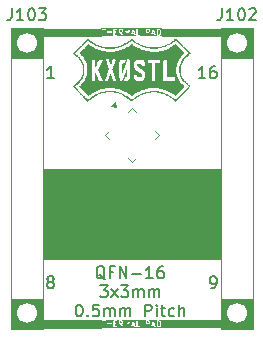
<source format=gto>
G04 #@! TF.GenerationSoftware,KiCad,Pcbnew,9.0.6*
G04 #@! TF.CreationDate,2026-01-02T14:07:03-06:00*
G04 #@! TF.ProjectId,QFN-16_3x3,51464e2d-3136-45f3-9378-332e6b696361,rev?*
G04 #@! TF.SameCoordinates,Original*
G04 #@! TF.FileFunction,Legend,Top*
G04 #@! TF.FilePolarity,Positive*
%FSLAX46Y46*%
G04 Gerber Fmt 4.6, Leading zero omitted, Abs format (unit mm)*
G04 Created by KiCad (PCBNEW 9.0.6) date 2026-01-02 14:07:03*
%MOMM*%
%LPD*%
G01*
G04 APERTURE LIST*
G04 Aperture macros list*
%AMRoundRect*
0 Rectangle with rounded corners*
0 $1 Rounding radius*
0 $2 $3 $4 $5 $6 $7 $8 $9 X,Y pos of 4 corners*
0 Add a 4 corners polygon primitive as box body*
4,1,4,$2,$3,$4,$5,$6,$7,$8,$9,$2,$3,0*
0 Add four circle primitives for the rounded corners*
1,1,$1+$1,$2,$3*
1,1,$1+$1,$4,$5*
1,1,$1+$1,$6,$7*
1,1,$1+$1,$8,$9*
0 Add four rect primitives between the rounded corners*
20,1,$1+$1,$2,$3,$4,$5,0*
20,1,$1+$1,$4,$5,$6,$7,0*
20,1,$1+$1,$6,$7,$8,$9,0*
20,1,$1+$1,$8,$9,$2,$3,0*%
%AMRotRect*
0 Rectangle, with rotation*
0 The origin of the aperture is its center*
0 $1 length*
0 $2 width*
0 $3 Rotation angle, in degrees counterclockwise*
0 Add horizontal line*
21,1,$1,$2,0,0,$3*%
G04 Aperture macros list end*
%ADD10C,0.100000*%
%ADD11C,0.200000*%
%ADD12C,0.150000*%
%ADD13C,0.000000*%
%ADD14C,0.120000*%
%ADD15RoundRect,0.062500X-0.437522X0.349134X0.349134X-0.437522X0.437522X-0.349134X-0.349134X0.437522X0*%
%ADD16RoundRect,0.062500X-0.437522X-0.349134X-0.349134X-0.437522X0.437522X0.349134X0.349134X0.437522X0*%
%ADD17RotRect,1.700000X1.700000X315.000000*%
%ADD18C,1.700000*%
%ADD19R,1.700000X1.700000*%
G04 APERTURE END LIST*
D10*
X138334259Y-133304877D02*
X133354677Y-133306342D01*
X133350165Y-132690264D01*
X138329748Y-132688799D01*
X138334259Y-133304877D01*
G36*
X138334259Y-133304877D02*
G01*
X133354677Y-133306342D01*
X133350165Y-132690264D01*
X138329748Y-132688799D01*
X138334259Y-133304877D01*
G37*
G36*
X133128228Y-132814159D02*
G01*
X133161764Y-132847695D01*
X133179489Y-132883147D01*
X133200475Y-132967088D01*
X133200475Y-133026207D01*
X133179489Y-133110148D01*
X133161764Y-133145600D01*
X133128226Y-133179138D01*
X133075696Y-133196648D01*
X133014761Y-133196648D01*
X133014761Y-132796648D01*
X133075695Y-132796648D01*
X133128228Y-132814159D01*
G37*
G36*
X130966820Y-133053791D02*
G01*
X130867467Y-133053791D01*
X130917143Y-132904761D01*
X130966820Y-133053791D01*
G37*
G36*
X132681105Y-133053791D02*
G01*
X132581752Y-133053791D01*
X132631428Y-132904761D01*
X132681105Y-133053791D01*
G37*
G36*
X129958952Y-132811550D02*
G01*
X129971287Y-132823883D01*
X129986190Y-132853689D01*
X129986190Y-132901511D01*
X129971287Y-132931317D01*
X129958952Y-132943650D01*
X129929149Y-132958553D01*
X129800476Y-132958553D01*
X129800476Y-132796648D01*
X129929149Y-132796648D01*
X129958952Y-132811550D01*
G37*
G36*
X132244666Y-132811550D02*
G01*
X132257001Y-132823883D01*
X132271904Y-132853689D01*
X132271904Y-132901511D01*
X132257001Y-132931317D01*
X132244666Y-132943650D01*
X132214863Y-132958553D01*
X132086190Y-132958553D01*
X132086190Y-132796648D01*
X132214863Y-132796648D01*
X132244666Y-132811550D01*
G37*
G36*
X133356031Y-133352204D02*
G01*
X128220155Y-133352204D01*
X128220155Y-132727514D01*
X128275711Y-132727514D01*
X128275711Y-132765782D01*
X128302771Y-132792842D01*
X128321905Y-132796648D01*
X128414762Y-132796648D01*
X128414762Y-133246648D01*
X128418568Y-133265782D01*
X128445628Y-133292842D01*
X128483896Y-133292842D01*
X128510956Y-133265782D01*
X128514762Y-133246648D01*
X128514762Y-132796648D01*
X128607619Y-132796648D01*
X128626753Y-132792842D01*
X128653813Y-132765782D01*
X128653813Y-132746648D01*
X128724285Y-132746648D01*
X128724285Y-133246648D01*
X128728091Y-133265782D01*
X128755151Y-133292842D01*
X128793419Y-133292842D01*
X128820479Y-133265782D01*
X128824285Y-133246648D01*
X128824285Y-133034743D01*
X129009999Y-133034743D01*
X129009999Y-133246648D01*
X129013805Y-133265782D01*
X129040865Y-133292842D01*
X129079133Y-133292842D01*
X129106193Y-133265782D01*
X129109999Y-133246648D01*
X129109999Y-132746648D01*
X129248095Y-132746648D01*
X129248095Y-133246648D01*
X129251901Y-133265782D01*
X129278961Y-133292842D01*
X129298095Y-133296648D01*
X129536190Y-133296648D01*
X129555324Y-133292842D01*
X129582384Y-133265782D01*
X129582384Y-133227514D01*
X129555324Y-133200454D01*
X129536190Y-133196648D01*
X129348095Y-133196648D01*
X129348095Y-133034743D01*
X129464762Y-133034743D01*
X129483896Y-133030937D01*
X129510956Y-133003877D01*
X129510956Y-132965609D01*
X129483896Y-132938549D01*
X129464762Y-132934743D01*
X129348095Y-132934743D01*
X129348095Y-132796648D01*
X129536190Y-132796648D01*
X129555324Y-132792842D01*
X129582384Y-132765782D01*
X129582384Y-132746648D01*
X129700476Y-132746648D01*
X129700476Y-133246648D01*
X129704282Y-133265782D01*
X129731342Y-133292842D01*
X129769610Y-133292842D01*
X129796670Y-133265782D01*
X129800476Y-133246648D01*
X129800476Y-133058553D01*
X129843491Y-133058553D01*
X129995229Y-133275321D01*
X130009319Y-133288814D01*
X130047005Y-133295464D01*
X130078356Y-133273519D01*
X130085006Y-133235833D01*
X130077152Y-133217975D01*
X129962095Y-133053607D01*
X129963313Y-133053274D01*
X130010932Y-133029464D01*
X130017263Y-133024550D01*
X130023926Y-133020099D01*
X130047736Y-132996290D01*
X130052189Y-132989625D01*
X130057103Y-132983294D01*
X130080911Y-132935676D01*
X130081572Y-132933260D01*
X130082384Y-132932449D01*
X130083947Y-132924587D01*
X130086064Y-132916860D01*
X130085701Y-132915771D01*
X130086190Y-132913315D01*
X130086190Y-132841886D01*
X130085701Y-132839429D01*
X130086064Y-132838341D01*
X130083947Y-132830613D01*
X130082384Y-132822752D01*
X130081572Y-132821940D01*
X130080911Y-132819525D01*
X130057103Y-132771907D01*
X130052189Y-132765575D01*
X130047736Y-132758911D01*
X130035472Y-132746648D01*
X130200476Y-132746648D01*
X130200476Y-133246648D01*
X130204282Y-133265782D01*
X130231342Y-133292842D01*
X130269610Y-133292842D01*
X130296670Y-133265782D01*
X130300476Y-133246648D01*
X130300476Y-132972025D01*
X130371834Y-133124935D01*
X130379456Y-133135324D01*
X130380269Y-133137560D01*
X130381526Y-133138146D01*
X130383374Y-133140665D01*
X130399446Y-133146509D01*
X130414947Y-133153743D01*
X130417143Y-133152944D01*
X130419339Y-133153743D01*
X130434839Y-133146509D01*
X130450912Y-133140665D01*
X130452759Y-133138146D01*
X130454017Y-133137560D01*
X130454829Y-133135324D01*
X130462452Y-133124935D01*
X130533809Y-132972026D01*
X130533809Y-133246648D01*
X130537615Y-133265782D01*
X130564675Y-133292842D01*
X130602943Y-133292842D01*
X130630003Y-133265782D01*
X130633104Y-133250192D01*
X130700603Y-133250192D01*
X130717717Y-133284421D01*
X130754021Y-133296522D01*
X130788250Y-133279408D01*
X130797911Y-133262459D01*
X130834134Y-133153791D01*
X131000153Y-133153791D01*
X131036376Y-133262459D01*
X131046037Y-133279408D01*
X131080266Y-133296522D01*
X131116570Y-133284420D01*
X131133684Y-133250192D01*
X131131244Y-133230836D01*
X130969847Y-132746648D01*
X131200476Y-132746648D01*
X131200476Y-133246648D01*
X131204282Y-133265782D01*
X131231342Y-133292842D01*
X131250476Y-133296648D01*
X131488571Y-133296648D01*
X131507705Y-133292842D01*
X131534765Y-133265782D01*
X131534765Y-133227514D01*
X131507705Y-133200454D01*
X131488571Y-133196648D01*
X131300476Y-133196648D01*
X131300476Y-132746648D01*
X131986190Y-132746648D01*
X131986190Y-133246648D01*
X131989996Y-133265782D01*
X132017056Y-133292842D01*
X132055324Y-133292842D01*
X132082384Y-133265782D01*
X132085485Y-133250192D01*
X132414888Y-133250192D01*
X132432002Y-133284421D01*
X132468306Y-133296522D01*
X132502535Y-133279408D01*
X132512196Y-133262459D01*
X132548419Y-133153791D01*
X132714438Y-133153791D01*
X132750661Y-133262459D01*
X132760322Y-133279408D01*
X132794551Y-133296522D01*
X132830855Y-133284420D01*
X132847969Y-133250192D01*
X132845529Y-133230836D01*
X132684132Y-132746648D01*
X132914761Y-132746648D01*
X132914761Y-133246648D01*
X132918567Y-133265782D01*
X132945627Y-133292842D01*
X132964761Y-133296648D01*
X133083809Y-133296648D01*
X133091671Y-133295084D01*
X133099620Y-133294082D01*
X133171049Y-133270273D01*
X133173224Y-133269033D01*
X133174372Y-133269033D01*
X133181036Y-133264579D01*
X133187997Y-133260612D01*
X133188510Y-133259585D01*
X133190593Y-133258194D01*
X133238212Y-133210574D01*
X133242665Y-133203908D01*
X133247577Y-133197580D01*
X133271387Y-133149961D01*
X133272833Y-133144679D01*
X133275173Y-133139727D01*
X133298982Y-133044489D01*
X133299279Y-133038371D01*
X133300475Y-133032362D01*
X133300475Y-132960934D01*
X133299279Y-132954924D01*
X133298982Y-132948807D01*
X133275173Y-132853569D01*
X133272833Y-132848616D01*
X133271387Y-132843335D01*
X133247577Y-132795716D01*
X133242665Y-132789387D01*
X133238211Y-132782721D01*
X133190592Y-132735103D01*
X133188509Y-132733711D01*
X133187997Y-132732686D01*
X133181035Y-132728717D01*
X133174371Y-132724264D01*
X133173224Y-132724264D01*
X133171049Y-132723024D01*
X133099621Y-132699214D01*
X133091670Y-132698211D01*
X133083809Y-132696648D01*
X132964761Y-132696648D01*
X132945627Y-132700454D01*
X132918567Y-132727514D01*
X132914761Y-132746648D01*
X132684132Y-132746648D01*
X132678862Y-132730837D01*
X132669201Y-132713888D01*
X132665858Y-132712217D01*
X132664188Y-132708875D01*
X132649148Y-132703861D01*
X132634972Y-132696774D01*
X132631428Y-132697955D01*
X132627884Y-132696774D01*
X132613707Y-132703861D01*
X132598668Y-132708875D01*
X132596997Y-132712217D01*
X132593655Y-132713888D01*
X132583994Y-132730837D01*
X132417328Y-133230837D01*
X132414888Y-133250192D01*
X132085485Y-133250192D01*
X132086190Y-133246648D01*
X132086190Y-133058553D01*
X132226666Y-133058553D01*
X132229122Y-133058064D01*
X132230211Y-133058427D01*
X132237938Y-133056310D01*
X132245800Y-133054747D01*
X132246611Y-133053935D01*
X132249027Y-133053274D01*
X132296646Y-133029464D01*
X132302977Y-133024550D01*
X132309640Y-133020099D01*
X132333450Y-132996290D01*
X132337903Y-132989625D01*
X132342817Y-132983294D01*
X132366625Y-132935676D01*
X132367286Y-132933260D01*
X132368098Y-132932449D01*
X132369661Y-132924587D01*
X132371778Y-132916860D01*
X132371415Y-132915771D01*
X132371904Y-132913315D01*
X132371904Y-132841886D01*
X132371415Y-132839429D01*
X132371778Y-132838341D01*
X132369661Y-132830613D01*
X132368098Y-132822752D01*
X132367286Y-132821940D01*
X132366625Y-132819525D01*
X132342817Y-132771907D01*
X132337903Y-132765575D01*
X132333450Y-132758911D01*
X132309640Y-132735102D01*
X132302977Y-132730650D01*
X132296646Y-132725737D01*
X132249027Y-132701927D01*
X132246611Y-132701265D01*
X132245800Y-132700454D01*
X132237938Y-132698890D01*
X132230211Y-132696774D01*
X132229122Y-132697136D01*
X132226666Y-132696648D01*
X132036190Y-132696648D01*
X132017056Y-132700454D01*
X131989996Y-132727514D01*
X131986190Y-132746648D01*
X131300476Y-132746648D01*
X131296670Y-132727514D01*
X131269610Y-132700454D01*
X131231342Y-132700454D01*
X131204282Y-132727514D01*
X131200476Y-132746648D01*
X130969847Y-132746648D01*
X130964577Y-132730837D01*
X130954916Y-132713888D01*
X130951573Y-132712217D01*
X130949903Y-132708875D01*
X130934863Y-132703861D01*
X130920687Y-132696774D01*
X130917143Y-132697955D01*
X130913599Y-132696774D01*
X130899422Y-132703861D01*
X130884383Y-132708875D01*
X130882712Y-132712217D01*
X130879370Y-132713888D01*
X130869709Y-132730837D01*
X130703043Y-133230837D01*
X130700603Y-133250192D01*
X130633104Y-133250192D01*
X130633809Y-133246648D01*
X130633809Y-132746648D01*
X130630003Y-132727514D01*
X130623720Y-132721231D01*
X130620683Y-132712879D01*
X130610717Y-132708228D01*
X130602943Y-132700454D01*
X130594058Y-132700454D01*
X130586005Y-132696696D01*
X130575670Y-132700454D01*
X130564675Y-132700454D01*
X130558392Y-132706736D01*
X130550040Y-132709774D01*
X130538500Y-132725503D01*
X130417142Y-132985556D01*
X130295785Y-132725504D01*
X130284245Y-132709774D01*
X130275892Y-132706736D01*
X130269610Y-132700454D01*
X130258615Y-132700454D01*
X130248280Y-132696696D01*
X130240227Y-132700454D01*
X130231342Y-132700454D01*
X130223567Y-132708228D01*
X130213602Y-132712879D01*
X130210564Y-132721231D01*
X130204282Y-132727514D01*
X130200476Y-132746648D01*
X130035472Y-132746648D01*
X130023926Y-132735102D01*
X130017263Y-132730650D01*
X130010932Y-132725737D01*
X129963313Y-132701927D01*
X129960897Y-132701265D01*
X129960086Y-132700454D01*
X129952224Y-132698890D01*
X129944497Y-132696774D01*
X129943408Y-132697136D01*
X129940952Y-132696648D01*
X129750476Y-132696648D01*
X129731342Y-132700454D01*
X129704282Y-132727514D01*
X129700476Y-132746648D01*
X129582384Y-132746648D01*
X129582384Y-132727514D01*
X129555324Y-132700454D01*
X129536190Y-132696648D01*
X129298095Y-132696648D01*
X129278961Y-132700454D01*
X129251901Y-132727514D01*
X129248095Y-132746648D01*
X129109999Y-132746648D01*
X129106193Y-132727514D01*
X129079133Y-132700454D01*
X129040865Y-132700454D01*
X129013805Y-132727514D01*
X129009999Y-132746648D01*
X129009999Y-132934743D01*
X128824285Y-132934743D01*
X128824285Y-132746648D01*
X128820479Y-132727514D01*
X128793419Y-132700454D01*
X128755151Y-132700454D01*
X128728091Y-132727514D01*
X128724285Y-132746648D01*
X128653813Y-132746648D01*
X128653813Y-132727514D01*
X128626753Y-132700454D01*
X128607619Y-132696648D01*
X128321905Y-132696648D01*
X128302771Y-132700454D01*
X128275711Y-132727514D01*
X128220155Y-132727514D01*
X128220155Y-132641092D01*
X133356031Y-132641092D01*
X133356031Y-133352204D01*
G37*
X123362999Y-119905359D02*
X138317999Y-119905359D01*
X138317999Y-127499359D01*
X123362999Y-127499359D01*
X123362999Y-119905359D01*
G36*
X123362999Y-119905359D02*
G01*
X138317999Y-119905359D01*
X138317999Y-127499359D01*
X123362999Y-127499359D01*
X123362999Y-119905359D01*
G37*
D11*
X137028564Y-112212219D02*
X136457136Y-112212219D01*
X136742850Y-112212219D02*
X136742850Y-111212219D01*
X136742850Y-111212219D02*
X136647612Y-111355076D01*
X136647612Y-111355076D02*
X136552374Y-111450314D01*
X136552374Y-111450314D02*
X136457136Y-111497933D01*
X137885707Y-111212219D02*
X137695231Y-111212219D01*
X137695231Y-111212219D02*
X137599993Y-111259838D01*
X137599993Y-111259838D02*
X137552374Y-111307457D01*
X137552374Y-111307457D02*
X137457136Y-111450314D01*
X137457136Y-111450314D02*
X137409517Y-111640790D01*
X137409517Y-111640790D02*
X137409517Y-112021742D01*
X137409517Y-112021742D02*
X137457136Y-112116980D01*
X137457136Y-112116980D02*
X137504755Y-112164600D01*
X137504755Y-112164600D02*
X137599993Y-112212219D01*
X137599993Y-112212219D02*
X137790469Y-112212219D01*
X137790469Y-112212219D02*
X137885707Y-112164600D01*
X137885707Y-112164600D02*
X137933326Y-112116980D01*
X137933326Y-112116980D02*
X137980945Y-112021742D01*
X137980945Y-112021742D02*
X137980945Y-111783647D01*
X137980945Y-111783647D02*
X137933326Y-111688409D01*
X137933326Y-111688409D02*
X137885707Y-111640790D01*
X137885707Y-111640790D02*
X137790469Y-111593171D01*
X137790469Y-111593171D02*
X137599993Y-111593171D01*
X137599993Y-111593171D02*
X137504755Y-111640790D01*
X137504755Y-111640790D02*
X137457136Y-111688409D01*
X137457136Y-111688409D02*
X137409517Y-111783647D01*
X137504755Y-129992219D02*
X137695231Y-129992219D01*
X137695231Y-129992219D02*
X137790469Y-129944600D01*
X137790469Y-129944600D02*
X137838088Y-129896980D01*
X137838088Y-129896980D02*
X137933326Y-129754123D01*
X137933326Y-129754123D02*
X137980945Y-129563647D01*
X137980945Y-129563647D02*
X137980945Y-129182695D01*
X137980945Y-129182695D02*
X137933326Y-129087457D01*
X137933326Y-129087457D02*
X137885707Y-129039838D01*
X137885707Y-129039838D02*
X137790469Y-128992219D01*
X137790469Y-128992219D02*
X137599993Y-128992219D01*
X137599993Y-128992219D02*
X137504755Y-129039838D01*
X137504755Y-129039838D02*
X137457136Y-129087457D01*
X137457136Y-129087457D02*
X137409517Y-129182695D01*
X137409517Y-129182695D02*
X137409517Y-129420790D01*
X137409517Y-129420790D02*
X137457136Y-129516028D01*
X137457136Y-129516028D02*
X137504755Y-129563647D01*
X137504755Y-129563647D02*
X137599993Y-129611266D01*
X137599993Y-129611266D02*
X137790469Y-129611266D01*
X137790469Y-129611266D02*
X137885707Y-129563647D01*
X137885707Y-129563647D02*
X137933326Y-129516028D01*
X137933326Y-129516028D02*
X137980945Y-129420790D01*
X123829530Y-129420790D02*
X123734292Y-129373171D01*
X123734292Y-129373171D02*
X123686673Y-129325552D01*
X123686673Y-129325552D02*
X123639054Y-129230314D01*
X123639054Y-129230314D02*
X123639054Y-129182695D01*
X123639054Y-129182695D02*
X123686673Y-129087457D01*
X123686673Y-129087457D02*
X123734292Y-129039838D01*
X123734292Y-129039838D02*
X123829530Y-128992219D01*
X123829530Y-128992219D02*
X124020006Y-128992219D01*
X124020006Y-128992219D02*
X124115244Y-129039838D01*
X124115244Y-129039838D02*
X124162863Y-129087457D01*
X124162863Y-129087457D02*
X124210482Y-129182695D01*
X124210482Y-129182695D02*
X124210482Y-129230314D01*
X124210482Y-129230314D02*
X124162863Y-129325552D01*
X124162863Y-129325552D02*
X124115244Y-129373171D01*
X124115244Y-129373171D02*
X124020006Y-129420790D01*
X124020006Y-129420790D02*
X123829530Y-129420790D01*
X123829530Y-129420790D02*
X123734292Y-129468409D01*
X123734292Y-129468409D02*
X123686673Y-129516028D01*
X123686673Y-129516028D02*
X123639054Y-129611266D01*
X123639054Y-129611266D02*
X123639054Y-129801742D01*
X123639054Y-129801742D02*
X123686673Y-129896980D01*
X123686673Y-129896980D02*
X123734292Y-129944600D01*
X123734292Y-129944600D02*
X123829530Y-129992219D01*
X123829530Y-129992219D02*
X124020006Y-129992219D01*
X124020006Y-129992219D02*
X124115244Y-129944600D01*
X124115244Y-129944600D02*
X124162863Y-129896980D01*
X124162863Y-129896980D02*
X124210482Y-129801742D01*
X124210482Y-129801742D02*
X124210482Y-129611266D01*
X124210482Y-129611266D02*
X124162863Y-129516028D01*
X124162863Y-129516028D02*
X124115244Y-129468409D01*
X124115244Y-129468409D02*
X124020006Y-129420790D01*
X124210482Y-112212219D02*
X123639054Y-112212219D01*
X123924768Y-112212219D02*
X123924768Y-111212219D01*
X123924768Y-111212219D02*
X123829530Y-111355076D01*
X123829530Y-111355076D02*
X123734292Y-111450314D01*
X123734292Y-111450314D02*
X123639054Y-111497933D01*
D10*
X128223487Y-133351829D02*
X123321922Y-133353986D01*
X123317000Y-132693218D01*
X128218566Y-132691061D01*
X128223487Y-133351829D01*
G36*
X128223487Y-133351829D02*
G01*
X123321922Y-133353986D01*
X123317000Y-132693218D01*
X128218566Y-132691061D01*
X128223487Y-133351829D01*
G37*
X120540000Y-130920001D02*
X123260285Y-130920001D01*
X123260285Y-133460001D01*
X120540000Y-133460001D01*
X120540000Y-130920001D01*
G36*
X120540000Y-130920001D02*
G01*
X123260285Y-130920001D01*
X123260285Y-133460001D01*
X120540000Y-133460001D01*
X120540000Y-130920001D01*
G37*
X138359272Y-130920001D02*
X141080000Y-130920001D01*
X141080000Y-133460001D01*
X138359272Y-133460001D01*
X138359272Y-130920001D01*
G36*
X138359272Y-130920001D02*
G01*
X141080000Y-130920001D01*
X141080000Y-133460001D01*
X138359272Y-133460001D01*
X138359272Y-130920001D01*
G37*
X138373270Y-107950000D02*
X141080000Y-107950000D01*
X141080000Y-110490000D01*
X138373270Y-110490000D01*
X138373270Y-107950000D01*
G36*
X138373270Y-107950000D02*
G01*
X141080000Y-107950000D01*
X141080000Y-110490000D01*
X138373270Y-110490000D01*
X138373270Y-107950000D01*
G37*
X120540000Y-107950000D02*
X123258513Y-107950000D01*
X123258513Y-110490000D01*
X120540000Y-110490000D01*
X120540000Y-107950000D01*
G36*
X120540000Y-107950000D02*
G01*
X123258513Y-107950000D01*
X123258513Y-110490000D01*
X120540000Y-110490000D01*
X120540000Y-107950000D01*
G37*
D11*
X128539141Y-129242193D02*
X128443903Y-129194574D01*
X128443903Y-129194574D02*
X128348665Y-129099336D01*
X128348665Y-129099336D02*
X128205808Y-128956478D01*
X128205808Y-128956478D02*
X128110570Y-128908859D01*
X128110570Y-128908859D02*
X128015332Y-128908859D01*
X128062951Y-129146955D02*
X127967713Y-129099336D01*
X127967713Y-129099336D02*
X127872475Y-129004097D01*
X127872475Y-129004097D02*
X127824856Y-128813621D01*
X127824856Y-128813621D02*
X127824856Y-128480288D01*
X127824856Y-128480288D02*
X127872475Y-128289812D01*
X127872475Y-128289812D02*
X127967713Y-128194574D01*
X127967713Y-128194574D02*
X128062951Y-128146955D01*
X128062951Y-128146955D02*
X128253427Y-128146955D01*
X128253427Y-128146955D02*
X128348665Y-128194574D01*
X128348665Y-128194574D02*
X128443903Y-128289812D01*
X128443903Y-128289812D02*
X128491522Y-128480288D01*
X128491522Y-128480288D02*
X128491522Y-128813621D01*
X128491522Y-128813621D02*
X128443903Y-129004097D01*
X128443903Y-129004097D02*
X128348665Y-129099336D01*
X128348665Y-129099336D02*
X128253427Y-129146955D01*
X128253427Y-129146955D02*
X128062951Y-129146955D01*
X129253427Y-128623145D02*
X128920094Y-128623145D01*
X128920094Y-129146955D02*
X128920094Y-128146955D01*
X128920094Y-128146955D02*
X129396284Y-128146955D01*
X129777237Y-129146955D02*
X129777237Y-128146955D01*
X129777237Y-128146955D02*
X130348665Y-129146955D01*
X130348665Y-129146955D02*
X130348665Y-128146955D01*
X130824856Y-128766002D02*
X131586761Y-128766002D01*
X132586760Y-129146955D02*
X132015332Y-129146955D01*
X132301046Y-129146955D02*
X132301046Y-128146955D01*
X132301046Y-128146955D02*
X132205808Y-128289812D01*
X132205808Y-128289812D02*
X132110570Y-128385050D01*
X132110570Y-128385050D02*
X132015332Y-128432669D01*
X133443903Y-128146955D02*
X133253427Y-128146955D01*
X133253427Y-128146955D02*
X133158189Y-128194574D01*
X133158189Y-128194574D02*
X133110570Y-128242193D01*
X133110570Y-128242193D02*
X133015332Y-128385050D01*
X133015332Y-128385050D02*
X132967713Y-128575526D01*
X132967713Y-128575526D02*
X132967713Y-128956478D01*
X132967713Y-128956478D02*
X133015332Y-129051716D01*
X133015332Y-129051716D02*
X133062951Y-129099336D01*
X133062951Y-129099336D02*
X133158189Y-129146955D01*
X133158189Y-129146955D02*
X133348665Y-129146955D01*
X133348665Y-129146955D02*
X133443903Y-129099336D01*
X133443903Y-129099336D02*
X133491522Y-129051716D01*
X133491522Y-129051716D02*
X133539141Y-128956478D01*
X133539141Y-128956478D02*
X133539141Y-128718383D01*
X133539141Y-128718383D02*
X133491522Y-128623145D01*
X133491522Y-128623145D02*
X133443903Y-128575526D01*
X133443903Y-128575526D02*
X133348665Y-128527907D01*
X133348665Y-128527907D02*
X133158189Y-128527907D01*
X133158189Y-128527907D02*
X133062951Y-128575526D01*
X133062951Y-128575526D02*
X133015332Y-128623145D01*
X133015332Y-128623145D02*
X132967713Y-128718383D01*
X128134380Y-129756899D02*
X128753427Y-129756899D01*
X128753427Y-129756899D02*
X128420094Y-130137851D01*
X128420094Y-130137851D02*
X128562951Y-130137851D01*
X128562951Y-130137851D02*
X128658189Y-130185470D01*
X128658189Y-130185470D02*
X128705808Y-130233089D01*
X128705808Y-130233089D02*
X128753427Y-130328327D01*
X128753427Y-130328327D02*
X128753427Y-130566422D01*
X128753427Y-130566422D02*
X128705808Y-130661660D01*
X128705808Y-130661660D02*
X128658189Y-130709280D01*
X128658189Y-130709280D02*
X128562951Y-130756899D01*
X128562951Y-130756899D02*
X128277237Y-130756899D01*
X128277237Y-130756899D02*
X128181999Y-130709280D01*
X128181999Y-130709280D02*
X128134380Y-130661660D01*
X129086761Y-130756899D02*
X129610570Y-130090232D01*
X129086761Y-130090232D02*
X129610570Y-130756899D01*
X129896285Y-129756899D02*
X130515332Y-129756899D01*
X130515332Y-129756899D02*
X130181999Y-130137851D01*
X130181999Y-130137851D02*
X130324856Y-130137851D01*
X130324856Y-130137851D02*
X130420094Y-130185470D01*
X130420094Y-130185470D02*
X130467713Y-130233089D01*
X130467713Y-130233089D02*
X130515332Y-130328327D01*
X130515332Y-130328327D02*
X130515332Y-130566422D01*
X130515332Y-130566422D02*
X130467713Y-130661660D01*
X130467713Y-130661660D02*
X130420094Y-130709280D01*
X130420094Y-130709280D02*
X130324856Y-130756899D01*
X130324856Y-130756899D02*
X130039142Y-130756899D01*
X130039142Y-130756899D02*
X129943904Y-130709280D01*
X129943904Y-130709280D02*
X129896285Y-130661660D01*
X130943904Y-130756899D02*
X130943904Y-130090232D01*
X130943904Y-130185470D02*
X130991523Y-130137851D01*
X130991523Y-130137851D02*
X131086761Y-130090232D01*
X131086761Y-130090232D02*
X131229618Y-130090232D01*
X131229618Y-130090232D02*
X131324856Y-130137851D01*
X131324856Y-130137851D02*
X131372475Y-130233089D01*
X131372475Y-130233089D02*
X131372475Y-130756899D01*
X131372475Y-130233089D02*
X131420094Y-130137851D01*
X131420094Y-130137851D02*
X131515332Y-130090232D01*
X131515332Y-130090232D02*
X131658189Y-130090232D01*
X131658189Y-130090232D02*
X131753428Y-130137851D01*
X131753428Y-130137851D02*
X131801047Y-130233089D01*
X131801047Y-130233089D02*
X131801047Y-130756899D01*
X132277237Y-130756899D02*
X132277237Y-130090232D01*
X132277237Y-130185470D02*
X132324856Y-130137851D01*
X132324856Y-130137851D02*
X132420094Y-130090232D01*
X132420094Y-130090232D02*
X132562951Y-130090232D01*
X132562951Y-130090232D02*
X132658189Y-130137851D01*
X132658189Y-130137851D02*
X132705808Y-130233089D01*
X132705808Y-130233089D02*
X132705808Y-130756899D01*
X132705808Y-130233089D02*
X132753427Y-130137851D01*
X132753427Y-130137851D02*
X132848665Y-130090232D01*
X132848665Y-130090232D02*
X132991522Y-130090232D01*
X132991522Y-130090232D02*
X133086761Y-130137851D01*
X133086761Y-130137851D02*
X133134380Y-130233089D01*
X133134380Y-130233089D02*
X133134380Y-130756899D01*
X126301047Y-131366843D02*
X126396285Y-131366843D01*
X126396285Y-131366843D02*
X126491523Y-131414462D01*
X126491523Y-131414462D02*
X126539142Y-131462081D01*
X126539142Y-131462081D02*
X126586761Y-131557319D01*
X126586761Y-131557319D02*
X126634380Y-131747795D01*
X126634380Y-131747795D02*
X126634380Y-131985890D01*
X126634380Y-131985890D02*
X126586761Y-132176366D01*
X126586761Y-132176366D02*
X126539142Y-132271604D01*
X126539142Y-132271604D02*
X126491523Y-132319224D01*
X126491523Y-132319224D02*
X126396285Y-132366843D01*
X126396285Y-132366843D02*
X126301047Y-132366843D01*
X126301047Y-132366843D02*
X126205809Y-132319224D01*
X126205809Y-132319224D02*
X126158190Y-132271604D01*
X126158190Y-132271604D02*
X126110571Y-132176366D01*
X126110571Y-132176366D02*
X126062952Y-131985890D01*
X126062952Y-131985890D02*
X126062952Y-131747795D01*
X126062952Y-131747795D02*
X126110571Y-131557319D01*
X126110571Y-131557319D02*
X126158190Y-131462081D01*
X126158190Y-131462081D02*
X126205809Y-131414462D01*
X126205809Y-131414462D02*
X126301047Y-131366843D01*
X127062952Y-132271604D02*
X127110571Y-132319224D01*
X127110571Y-132319224D02*
X127062952Y-132366843D01*
X127062952Y-132366843D02*
X127015333Y-132319224D01*
X127015333Y-132319224D02*
X127062952Y-132271604D01*
X127062952Y-132271604D02*
X127062952Y-132366843D01*
X128015332Y-131366843D02*
X127539142Y-131366843D01*
X127539142Y-131366843D02*
X127491523Y-131843033D01*
X127491523Y-131843033D02*
X127539142Y-131795414D01*
X127539142Y-131795414D02*
X127634380Y-131747795D01*
X127634380Y-131747795D02*
X127872475Y-131747795D01*
X127872475Y-131747795D02*
X127967713Y-131795414D01*
X127967713Y-131795414D02*
X128015332Y-131843033D01*
X128015332Y-131843033D02*
X128062951Y-131938271D01*
X128062951Y-131938271D02*
X128062951Y-132176366D01*
X128062951Y-132176366D02*
X128015332Y-132271604D01*
X128015332Y-132271604D02*
X127967713Y-132319224D01*
X127967713Y-132319224D02*
X127872475Y-132366843D01*
X127872475Y-132366843D02*
X127634380Y-132366843D01*
X127634380Y-132366843D02*
X127539142Y-132319224D01*
X127539142Y-132319224D02*
X127491523Y-132271604D01*
X128491523Y-132366843D02*
X128491523Y-131700176D01*
X128491523Y-131795414D02*
X128539142Y-131747795D01*
X128539142Y-131747795D02*
X128634380Y-131700176D01*
X128634380Y-131700176D02*
X128777237Y-131700176D01*
X128777237Y-131700176D02*
X128872475Y-131747795D01*
X128872475Y-131747795D02*
X128920094Y-131843033D01*
X128920094Y-131843033D02*
X128920094Y-132366843D01*
X128920094Y-131843033D02*
X128967713Y-131747795D01*
X128967713Y-131747795D02*
X129062951Y-131700176D01*
X129062951Y-131700176D02*
X129205808Y-131700176D01*
X129205808Y-131700176D02*
X129301047Y-131747795D01*
X129301047Y-131747795D02*
X129348666Y-131843033D01*
X129348666Y-131843033D02*
X129348666Y-132366843D01*
X129824856Y-132366843D02*
X129824856Y-131700176D01*
X129824856Y-131795414D02*
X129872475Y-131747795D01*
X129872475Y-131747795D02*
X129967713Y-131700176D01*
X129967713Y-131700176D02*
X130110570Y-131700176D01*
X130110570Y-131700176D02*
X130205808Y-131747795D01*
X130205808Y-131747795D02*
X130253427Y-131843033D01*
X130253427Y-131843033D02*
X130253427Y-132366843D01*
X130253427Y-131843033D02*
X130301046Y-131747795D01*
X130301046Y-131747795D02*
X130396284Y-131700176D01*
X130396284Y-131700176D02*
X130539141Y-131700176D01*
X130539141Y-131700176D02*
X130634380Y-131747795D01*
X130634380Y-131747795D02*
X130681999Y-131843033D01*
X130681999Y-131843033D02*
X130681999Y-132366843D01*
X131920094Y-132366843D02*
X131920094Y-131366843D01*
X131920094Y-131366843D02*
X132301046Y-131366843D01*
X132301046Y-131366843D02*
X132396284Y-131414462D01*
X132396284Y-131414462D02*
X132443903Y-131462081D01*
X132443903Y-131462081D02*
X132491522Y-131557319D01*
X132491522Y-131557319D02*
X132491522Y-131700176D01*
X132491522Y-131700176D02*
X132443903Y-131795414D01*
X132443903Y-131795414D02*
X132396284Y-131843033D01*
X132396284Y-131843033D02*
X132301046Y-131890652D01*
X132301046Y-131890652D02*
X131920094Y-131890652D01*
X132920094Y-132366843D02*
X132920094Y-131700176D01*
X132920094Y-131366843D02*
X132872475Y-131414462D01*
X132872475Y-131414462D02*
X132920094Y-131462081D01*
X132920094Y-131462081D02*
X132967713Y-131414462D01*
X132967713Y-131414462D02*
X132920094Y-131366843D01*
X132920094Y-131366843D02*
X132920094Y-131462081D01*
X133253427Y-131700176D02*
X133634379Y-131700176D01*
X133396284Y-131366843D02*
X133396284Y-132223985D01*
X133396284Y-132223985D02*
X133443903Y-132319224D01*
X133443903Y-132319224D02*
X133539141Y-132366843D01*
X133539141Y-132366843D02*
X133634379Y-132366843D01*
X134396284Y-132319224D02*
X134301046Y-132366843D01*
X134301046Y-132366843D02*
X134110570Y-132366843D01*
X134110570Y-132366843D02*
X134015332Y-132319224D01*
X134015332Y-132319224D02*
X133967713Y-132271604D01*
X133967713Y-132271604D02*
X133920094Y-132176366D01*
X133920094Y-132176366D02*
X133920094Y-131890652D01*
X133920094Y-131890652D02*
X133967713Y-131795414D01*
X133967713Y-131795414D02*
X134015332Y-131747795D01*
X134015332Y-131747795D02*
X134110570Y-131700176D01*
X134110570Y-131700176D02*
X134301046Y-131700176D01*
X134301046Y-131700176D02*
X134396284Y-131747795D01*
X134824856Y-132366843D02*
X134824856Y-131366843D01*
X135253427Y-132366843D02*
X135253427Y-131843033D01*
X135253427Y-131843033D02*
X135205808Y-131747795D01*
X135205808Y-131747795D02*
X135110570Y-131700176D01*
X135110570Y-131700176D02*
X134967713Y-131700176D01*
X134967713Y-131700176D02*
X134872475Y-131747795D01*
X134872475Y-131747795D02*
X134824856Y-131795414D01*
D10*
X128217921Y-108616536D02*
X123308753Y-108613095D01*
X123317000Y-108005245D01*
X128222231Y-108003419D01*
X128217921Y-108616536D01*
G36*
X128217921Y-108616536D02*
G01*
X123308753Y-108613095D01*
X123317000Y-108005245D01*
X128222231Y-108003419D01*
X128217921Y-108616536D01*
G37*
X138334259Y-108616904D02*
X133359354Y-108615113D01*
X133359084Y-108003637D01*
X138329748Y-108000826D01*
X138334259Y-108616904D01*
G36*
X138334259Y-108616904D02*
G01*
X133359354Y-108615113D01*
X133359084Y-108003637D01*
X138329748Y-108000826D01*
X138334259Y-108616904D01*
G37*
G36*
X133128228Y-108126186D02*
G01*
X133161764Y-108159722D01*
X133179489Y-108195174D01*
X133200475Y-108279115D01*
X133200475Y-108338234D01*
X133179489Y-108422175D01*
X133161764Y-108457627D01*
X133128226Y-108491165D01*
X133075696Y-108508675D01*
X133014761Y-108508675D01*
X133014761Y-108108675D01*
X133075695Y-108108675D01*
X133128228Y-108126186D01*
G37*
G36*
X130966820Y-108365818D02*
G01*
X130867467Y-108365818D01*
X130917143Y-108216788D01*
X130966820Y-108365818D01*
G37*
G36*
X132681105Y-108365818D02*
G01*
X132581752Y-108365818D01*
X132631428Y-108216788D01*
X132681105Y-108365818D01*
G37*
G36*
X129958952Y-108123577D02*
G01*
X129971287Y-108135910D01*
X129986190Y-108165716D01*
X129986190Y-108213538D01*
X129971287Y-108243344D01*
X129958952Y-108255677D01*
X129929149Y-108270580D01*
X129800476Y-108270580D01*
X129800476Y-108108675D01*
X129929149Y-108108675D01*
X129958952Y-108123577D01*
G37*
G36*
X132244666Y-108123577D02*
G01*
X132257001Y-108135910D01*
X132271904Y-108165716D01*
X132271904Y-108213538D01*
X132257001Y-108243344D01*
X132244666Y-108255677D01*
X132214863Y-108270580D01*
X132086190Y-108270580D01*
X132086190Y-108108675D01*
X132214863Y-108108675D01*
X132244666Y-108123577D01*
G37*
G36*
X133356031Y-108664231D02*
G01*
X128220155Y-108664231D01*
X128220155Y-108039541D01*
X128275711Y-108039541D01*
X128275711Y-108077809D01*
X128302771Y-108104869D01*
X128321905Y-108108675D01*
X128414762Y-108108675D01*
X128414762Y-108558675D01*
X128418568Y-108577809D01*
X128445628Y-108604869D01*
X128483896Y-108604869D01*
X128510956Y-108577809D01*
X128514762Y-108558675D01*
X128514762Y-108108675D01*
X128607619Y-108108675D01*
X128626753Y-108104869D01*
X128653813Y-108077809D01*
X128653813Y-108058675D01*
X128724285Y-108058675D01*
X128724285Y-108558675D01*
X128728091Y-108577809D01*
X128755151Y-108604869D01*
X128793419Y-108604869D01*
X128820479Y-108577809D01*
X128824285Y-108558675D01*
X128824285Y-108346770D01*
X129009999Y-108346770D01*
X129009999Y-108558675D01*
X129013805Y-108577809D01*
X129040865Y-108604869D01*
X129079133Y-108604869D01*
X129106193Y-108577809D01*
X129109999Y-108558675D01*
X129109999Y-108058675D01*
X129248095Y-108058675D01*
X129248095Y-108558675D01*
X129251901Y-108577809D01*
X129278961Y-108604869D01*
X129298095Y-108608675D01*
X129536190Y-108608675D01*
X129555324Y-108604869D01*
X129582384Y-108577809D01*
X129582384Y-108539541D01*
X129555324Y-108512481D01*
X129536190Y-108508675D01*
X129348095Y-108508675D01*
X129348095Y-108346770D01*
X129464762Y-108346770D01*
X129483896Y-108342964D01*
X129510956Y-108315904D01*
X129510956Y-108277636D01*
X129483896Y-108250576D01*
X129464762Y-108246770D01*
X129348095Y-108246770D01*
X129348095Y-108108675D01*
X129536190Y-108108675D01*
X129555324Y-108104869D01*
X129582384Y-108077809D01*
X129582384Y-108058675D01*
X129700476Y-108058675D01*
X129700476Y-108558675D01*
X129704282Y-108577809D01*
X129731342Y-108604869D01*
X129769610Y-108604869D01*
X129796670Y-108577809D01*
X129800476Y-108558675D01*
X129800476Y-108370580D01*
X129843491Y-108370580D01*
X129995229Y-108587348D01*
X130009319Y-108600841D01*
X130047005Y-108607491D01*
X130078356Y-108585546D01*
X130085006Y-108547860D01*
X130077152Y-108530002D01*
X129962095Y-108365634D01*
X129963313Y-108365301D01*
X130010932Y-108341491D01*
X130017263Y-108336577D01*
X130023926Y-108332126D01*
X130047736Y-108308317D01*
X130052189Y-108301652D01*
X130057103Y-108295321D01*
X130080911Y-108247703D01*
X130081572Y-108245287D01*
X130082384Y-108244476D01*
X130083947Y-108236614D01*
X130086064Y-108228887D01*
X130085701Y-108227798D01*
X130086190Y-108225342D01*
X130086190Y-108153913D01*
X130085701Y-108151456D01*
X130086064Y-108150368D01*
X130083947Y-108142640D01*
X130082384Y-108134779D01*
X130081572Y-108133967D01*
X130080911Y-108131552D01*
X130057103Y-108083934D01*
X130052189Y-108077602D01*
X130047736Y-108070938D01*
X130035472Y-108058675D01*
X130200476Y-108058675D01*
X130200476Y-108558675D01*
X130204282Y-108577809D01*
X130231342Y-108604869D01*
X130269610Y-108604869D01*
X130296670Y-108577809D01*
X130300476Y-108558675D01*
X130300476Y-108284052D01*
X130371834Y-108436962D01*
X130379456Y-108447351D01*
X130380269Y-108449587D01*
X130381526Y-108450173D01*
X130383374Y-108452692D01*
X130399446Y-108458536D01*
X130414947Y-108465770D01*
X130417143Y-108464971D01*
X130419339Y-108465770D01*
X130434839Y-108458536D01*
X130450912Y-108452692D01*
X130452759Y-108450173D01*
X130454017Y-108449587D01*
X130454829Y-108447351D01*
X130462452Y-108436962D01*
X130533809Y-108284053D01*
X130533809Y-108558675D01*
X130537615Y-108577809D01*
X130564675Y-108604869D01*
X130602943Y-108604869D01*
X130630003Y-108577809D01*
X130633104Y-108562219D01*
X130700603Y-108562219D01*
X130717717Y-108596448D01*
X130754021Y-108608549D01*
X130788250Y-108591435D01*
X130797911Y-108574486D01*
X130834134Y-108465818D01*
X131000153Y-108465818D01*
X131036376Y-108574486D01*
X131046037Y-108591435D01*
X131080266Y-108608549D01*
X131116570Y-108596447D01*
X131133684Y-108562219D01*
X131131244Y-108542863D01*
X130969847Y-108058675D01*
X131200476Y-108058675D01*
X131200476Y-108558675D01*
X131204282Y-108577809D01*
X131231342Y-108604869D01*
X131250476Y-108608675D01*
X131488571Y-108608675D01*
X131507705Y-108604869D01*
X131534765Y-108577809D01*
X131534765Y-108539541D01*
X131507705Y-108512481D01*
X131488571Y-108508675D01*
X131300476Y-108508675D01*
X131300476Y-108058675D01*
X131986190Y-108058675D01*
X131986190Y-108558675D01*
X131989996Y-108577809D01*
X132017056Y-108604869D01*
X132055324Y-108604869D01*
X132082384Y-108577809D01*
X132085485Y-108562219D01*
X132414888Y-108562219D01*
X132432002Y-108596448D01*
X132468306Y-108608549D01*
X132502535Y-108591435D01*
X132512196Y-108574486D01*
X132548419Y-108465818D01*
X132714438Y-108465818D01*
X132750661Y-108574486D01*
X132760322Y-108591435D01*
X132794551Y-108608549D01*
X132830855Y-108596447D01*
X132847969Y-108562219D01*
X132845529Y-108542863D01*
X132684132Y-108058675D01*
X132914761Y-108058675D01*
X132914761Y-108558675D01*
X132918567Y-108577809D01*
X132945627Y-108604869D01*
X132964761Y-108608675D01*
X133083809Y-108608675D01*
X133091671Y-108607111D01*
X133099620Y-108606109D01*
X133171049Y-108582300D01*
X133173224Y-108581060D01*
X133174372Y-108581060D01*
X133181036Y-108576606D01*
X133187997Y-108572639D01*
X133188510Y-108571612D01*
X133190593Y-108570221D01*
X133238212Y-108522601D01*
X133242665Y-108515935D01*
X133247577Y-108509607D01*
X133271387Y-108461988D01*
X133272833Y-108456706D01*
X133275173Y-108451754D01*
X133298982Y-108356516D01*
X133299279Y-108350398D01*
X133300475Y-108344389D01*
X133300475Y-108272961D01*
X133299279Y-108266951D01*
X133298982Y-108260834D01*
X133275173Y-108165596D01*
X133272833Y-108160643D01*
X133271387Y-108155362D01*
X133247577Y-108107743D01*
X133242665Y-108101414D01*
X133238211Y-108094748D01*
X133190592Y-108047130D01*
X133188509Y-108045738D01*
X133187997Y-108044713D01*
X133181035Y-108040744D01*
X133174371Y-108036291D01*
X133173224Y-108036291D01*
X133171049Y-108035051D01*
X133099621Y-108011241D01*
X133091670Y-108010238D01*
X133083809Y-108008675D01*
X132964761Y-108008675D01*
X132945627Y-108012481D01*
X132918567Y-108039541D01*
X132914761Y-108058675D01*
X132684132Y-108058675D01*
X132678862Y-108042864D01*
X132669201Y-108025915D01*
X132665858Y-108024244D01*
X132664188Y-108020902D01*
X132649148Y-108015888D01*
X132634972Y-108008801D01*
X132631428Y-108009982D01*
X132627884Y-108008801D01*
X132613707Y-108015888D01*
X132598668Y-108020902D01*
X132596997Y-108024244D01*
X132593655Y-108025915D01*
X132583994Y-108042864D01*
X132417328Y-108542864D01*
X132414888Y-108562219D01*
X132085485Y-108562219D01*
X132086190Y-108558675D01*
X132086190Y-108370580D01*
X132226666Y-108370580D01*
X132229122Y-108370091D01*
X132230211Y-108370454D01*
X132237938Y-108368337D01*
X132245800Y-108366774D01*
X132246611Y-108365962D01*
X132249027Y-108365301D01*
X132296646Y-108341491D01*
X132302977Y-108336577D01*
X132309640Y-108332126D01*
X132333450Y-108308317D01*
X132337903Y-108301652D01*
X132342817Y-108295321D01*
X132366625Y-108247703D01*
X132367286Y-108245287D01*
X132368098Y-108244476D01*
X132369661Y-108236614D01*
X132371778Y-108228887D01*
X132371415Y-108227798D01*
X132371904Y-108225342D01*
X132371904Y-108153913D01*
X132371415Y-108151456D01*
X132371778Y-108150368D01*
X132369661Y-108142640D01*
X132368098Y-108134779D01*
X132367286Y-108133967D01*
X132366625Y-108131552D01*
X132342817Y-108083934D01*
X132337903Y-108077602D01*
X132333450Y-108070938D01*
X132309640Y-108047129D01*
X132302977Y-108042677D01*
X132296646Y-108037764D01*
X132249027Y-108013954D01*
X132246611Y-108013292D01*
X132245800Y-108012481D01*
X132237938Y-108010917D01*
X132230211Y-108008801D01*
X132229122Y-108009163D01*
X132226666Y-108008675D01*
X132036190Y-108008675D01*
X132017056Y-108012481D01*
X131989996Y-108039541D01*
X131986190Y-108058675D01*
X131300476Y-108058675D01*
X131296670Y-108039541D01*
X131269610Y-108012481D01*
X131231342Y-108012481D01*
X131204282Y-108039541D01*
X131200476Y-108058675D01*
X130969847Y-108058675D01*
X130964577Y-108042864D01*
X130954916Y-108025915D01*
X130951573Y-108024244D01*
X130949903Y-108020902D01*
X130934863Y-108015888D01*
X130920687Y-108008801D01*
X130917143Y-108009982D01*
X130913599Y-108008801D01*
X130899422Y-108015888D01*
X130884383Y-108020902D01*
X130882712Y-108024244D01*
X130879370Y-108025915D01*
X130869709Y-108042864D01*
X130703043Y-108542864D01*
X130700603Y-108562219D01*
X130633104Y-108562219D01*
X130633809Y-108558675D01*
X130633809Y-108058675D01*
X130630003Y-108039541D01*
X130623720Y-108033258D01*
X130620683Y-108024906D01*
X130610717Y-108020255D01*
X130602943Y-108012481D01*
X130594058Y-108012481D01*
X130586005Y-108008723D01*
X130575670Y-108012481D01*
X130564675Y-108012481D01*
X130558392Y-108018763D01*
X130550040Y-108021801D01*
X130538500Y-108037530D01*
X130417142Y-108297583D01*
X130295785Y-108037531D01*
X130284245Y-108021801D01*
X130275892Y-108018763D01*
X130269610Y-108012481D01*
X130258615Y-108012481D01*
X130248280Y-108008723D01*
X130240227Y-108012481D01*
X130231342Y-108012481D01*
X130223567Y-108020255D01*
X130213602Y-108024906D01*
X130210564Y-108033258D01*
X130204282Y-108039541D01*
X130200476Y-108058675D01*
X130035472Y-108058675D01*
X130023926Y-108047129D01*
X130017263Y-108042677D01*
X130010932Y-108037764D01*
X129963313Y-108013954D01*
X129960897Y-108013292D01*
X129960086Y-108012481D01*
X129952224Y-108010917D01*
X129944497Y-108008801D01*
X129943408Y-108009163D01*
X129940952Y-108008675D01*
X129750476Y-108008675D01*
X129731342Y-108012481D01*
X129704282Y-108039541D01*
X129700476Y-108058675D01*
X129582384Y-108058675D01*
X129582384Y-108039541D01*
X129555324Y-108012481D01*
X129536190Y-108008675D01*
X129298095Y-108008675D01*
X129278961Y-108012481D01*
X129251901Y-108039541D01*
X129248095Y-108058675D01*
X129109999Y-108058675D01*
X129106193Y-108039541D01*
X129079133Y-108012481D01*
X129040865Y-108012481D01*
X129013805Y-108039541D01*
X129009999Y-108058675D01*
X129009999Y-108246770D01*
X128824285Y-108246770D01*
X128824285Y-108058675D01*
X128820479Y-108039541D01*
X128793419Y-108012481D01*
X128755151Y-108012481D01*
X128728091Y-108039541D01*
X128724285Y-108058675D01*
X128653813Y-108058675D01*
X128653813Y-108039541D01*
X128626753Y-108012481D01*
X128607619Y-108008675D01*
X128321905Y-108008675D01*
X128302771Y-108012481D01*
X128275711Y-108039541D01*
X128220155Y-108039541D01*
X128220155Y-107953119D01*
X133356031Y-107953119D01*
X133356031Y-108664231D01*
G37*
D12*
X120634285Y-106294819D02*
X120634285Y-107009104D01*
X120634285Y-107009104D02*
X120586666Y-107151961D01*
X120586666Y-107151961D02*
X120491428Y-107247200D01*
X120491428Y-107247200D02*
X120348571Y-107294819D01*
X120348571Y-107294819D02*
X120253333Y-107294819D01*
X121634285Y-107294819D02*
X121062857Y-107294819D01*
X121348571Y-107294819D02*
X121348571Y-106294819D01*
X121348571Y-106294819D02*
X121253333Y-106437676D01*
X121253333Y-106437676D02*
X121158095Y-106532914D01*
X121158095Y-106532914D02*
X121062857Y-106580533D01*
X122253333Y-106294819D02*
X122348571Y-106294819D01*
X122348571Y-106294819D02*
X122443809Y-106342438D01*
X122443809Y-106342438D02*
X122491428Y-106390057D01*
X122491428Y-106390057D02*
X122539047Y-106485295D01*
X122539047Y-106485295D02*
X122586666Y-106675771D01*
X122586666Y-106675771D02*
X122586666Y-106913866D01*
X122586666Y-106913866D02*
X122539047Y-107104342D01*
X122539047Y-107104342D02*
X122491428Y-107199580D01*
X122491428Y-107199580D02*
X122443809Y-107247200D01*
X122443809Y-107247200D02*
X122348571Y-107294819D01*
X122348571Y-107294819D02*
X122253333Y-107294819D01*
X122253333Y-107294819D02*
X122158095Y-107247200D01*
X122158095Y-107247200D02*
X122110476Y-107199580D01*
X122110476Y-107199580D02*
X122062857Y-107104342D01*
X122062857Y-107104342D02*
X122015238Y-106913866D01*
X122015238Y-106913866D02*
X122015238Y-106675771D01*
X122015238Y-106675771D02*
X122062857Y-106485295D01*
X122062857Y-106485295D02*
X122110476Y-106390057D01*
X122110476Y-106390057D02*
X122158095Y-106342438D01*
X122158095Y-106342438D02*
X122253333Y-106294819D01*
X122920000Y-106294819D02*
X123539047Y-106294819D01*
X123539047Y-106294819D02*
X123205714Y-106675771D01*
X123205714Y-106675771D02*
X123348571Y-106675771D01*
X123348571Y-106675771D02*
X123443809Y-106723390D01*
X123443809Y-106723390D02*
X123491428Y-106771009D01*
X123491428Y-106771009D02*
X123539047Y-106866247D01*
X123539047Y-106866247D02*
X123539047Y-107104342D01*
X123539047Y-107104342D02*
X123491428Y-107199580D01*
X123491428Y-107199580D02*
X123443809Y-107247200D01*
X123443809Y-107247200D02*
X123348571Y-107294819D01*
X123348571Y-107294819D02*
X123062857Y-107294819D01*
X123062857Y-107294819D02*
X122967619Y-107247200D01*
X122967619Y-107247200D02*
X122920000Y-107199580D01*
X138414285Y-106294820D02*
X138414285Y-107009105D01*
X138414285Y-107009105D02*
X138366666Y-107151962D01*
X138366666Y-107151962D02*
X138271428Y-107247201D01*
X138271428Y-107247201D02*
X138128571Y-107294820D01*
X138128571Y-107294820D02*
X138033333Y-107294820D01*
X139414285Y-107294820D02*
X138842857Y-107294820D01*
X139128571Y-107294820D02*
X139128571Y-106294820D01*
X139128571Y-106294820D02*
X139033333Y-106437677D01*
X139033333Y-106437677D02*
X138938095Y-106532915D01*
X138938095Y-106532915D02*
X138842857Y-106580534D01*
X140033333Y-106294820D02*
X140128571Y-106294820D01*
X140128571Y-106294820D02*
X140223809Y-106342439D01*
X140223809Y-106342439D02*
X140271428Y-106390058D01*
X140271428Y-106390058D02*
X140319047Y-106485296D01*
X140319047Y-106485296D02*
X140366666Y-106675772D01*
X140366666Y-106675772D02*
X140366666Y-106913867D01*
X140366666Y-106913867D02*
X140319047Y-107104343D01*
X140319047Y-107104343D02*
X140271428Y-107199581D01*
X140271428Y-107199581D02*
X140223809Y-107247201D01*
X140223809Y-107247201D02*
X140128571Y-107294820D01*
X140128571Y-107294820D02*
X140033333Y-107294820D01*
X140033333Y-107294820D02*
X139938095Y-107247201D01*
X139938095Y-107247201D02*
X139890476Y-107199581D01*
X139890476Y-107199581D02*
X139842857Y-107104343D01*
X139842857Y-107104343D02*
X139795238Y-106913867D01*
X139795238Y-106913867D02*
X139795238Y-106675772D01*
X139795238Y-106675772D02*
X139842857Y-106485296D01*
X139842857Y-106485296D02*
X139890476Y-106390058D01*
X139890476Y-106390058D02*
X139938095Y-106342439D01*
X139938095Y-106342439D02*
X140033333Y-106294820D01*
X140747619Y-106390058D02*
X140795238Y-106342439D01*
X140795238Y-106342439D02*
X140890476Y-106294820D01*
X140890476Y-106294820D02*
X141128571Y-106294820D01*
X141128571Y-106294820D02*
X141223809Y-106342439D01*
X141223809Y-106342439D02*
X141271428Y-106390058D01*
X141271428Y-106390058D02*
X141319047Y-106485296D01*
X141319047Y-106485296D02*
X141319047Y-106580534D01*
X141319047Y-106580534D02*
X141271428Y-106723391D01*
X141271428Y-106723391D02*
X140700000Y-107294820D01*
X140700000Y-107294820D02*
X141319047Y-107294820D01*
D13*
G36*
X130822074Y-109302651D02*
G01*
X130832133Y-109309474D01*
X130846593Y-109319723D01*
X130864544Y-109332748D01*
X130885076Y-109347896D01*
X130903756Y-109361861D01*
X131031072Y-109452971D01*
X131160902Y-109536689D01*
X131293293Y-109613036D01*
X131428292Y-109682033D01*
X131565947Y-109743703D01*
X131706306Y-109798067D01*
X131849415Y-109845145D01*
X131995324Y-109884960D01*
X132127922Y-109914373D01*
X132152491Y-109918964D01*
X132176247Y-109922892D01*
X132197396Y-109925896D01*
X132214141Y-109927718D01*
X132223173Y-109928149D01*
X132235820Y-109928521D01*
X132244643Y-109929769D01*
X132247589Y-109931420D01*
X132251211Y-109934897D01*
X132260958Y-109937737D01*
X132275146Y-109939609D01*
X132292091Y-109940183D01*
X132292176Y-109940182D01*
X132302711Y-109940540D01*
X132319240Y-109941669D01*
X132339998Y-109943424D01*
X132363220Y-109945657D01*
X132380409Y-109947472D01*
X132406866Y-109950239D01*
X132434569Y-109952901D01*
X132460957Y-109955225D01*
X132483468Y-109956983D01*
X132492721Y-109957592D01*
X132510190Y-109958824D01*
X132524367Y-109960194D01*
X132533696Y-109961526D01*
X132536660Y-109962547D01*
X132540284Y-109963415D01*
X132550062Y-109963885D01*
X132564344Y-109963911D01*
X132575725Y-109963653D01*
X132592117Y-109963431D01*
X132605124Y-109963818D01*
X132613095Y-109964731D01*
X132614797Y-109965607D01*
X132618532Y-109966462D01*
X132629054Y-109967231D01*
X132645338Y-109967881D01*
X132666357Y-109968380D01*
X132691087Y-109968695D01*
X132716362Y-109968796D01*
X132743610Y-109968688D01*
X132768096Y-109968385D01*
X132788795Y-109967915D01*
X132804680Y-109967308D01*
X132814727Y-109966595D01*
X132817932Y-109965866D01*
X132821505Y-109964403D01*
X132830884Y-109963353D01*
X132844063Y-109962937D01*
X132844501Y-109962936D01*
X132881122Y-109961984D01*
X132924013Y-109959244D01*
X132971879Y-109954886D01*
X133023426Y-109949082D01*
X133077361Y-109942004D01*
X133132388Y-109933825D01*
X133187215Y-109924714D01*
X133240548Y-109914845D01*
X133291092Y-109904388D01*
X133299061Y-109902621D01*
X133434370Y-109868407D01*
X133569291Y-109826526D01*
X133703523Y-109777122D01*
X133836767Y-109720341D01*
X133968722Y-109656327D01*
X134099089Y-109585225D01*
X134227567Y-109507181D01*
X134353856Y-109422339D01*
X134469255Y-109337326D01*
X134490115Y-109321962D01*
X134505800Y-109312007D01*
X134516637Y-109307323D01*
X134522952Y-109307770D01*
X134525070Y-109313209D01*
X134525072Y-109313475D01*
X134527793Y-109317048D01*
X134535757Y-109325831D01*
X134548670Y-109339522D01*
X134566236Y-109357821D01*
X134588160Y-109380428D01*
X134614147Y-109407040D01*
X134643901Y-109437358D01*
X134677127Y-109471081D01*
X134713530Y-109507908D01*
X134752814Y-109547538D01*
X134794684Y-109589671D01*
X134838845Y-109634006D01*
X134885001Y-109680242D01*
X134898713Y-109693959D01*
X134958279Y-109753577D01*
X135012357Y-109807806D01*
X135061031Y-109856732D01*
X135104385Y-109900442D01*
X135142503Y-109939022D01*
X135175471Y-109972557D01*
X135203373Y-110001136D01*
X135226293Y-110024844D01*
X135244316Y-110043767D01*
X135257527Y-110057991D01*
X135266009Y-110067604D01*
X135269848Y-110072692D01*
X135270094Y-110073503D01*
X135265666Y-110078254D01*
X135256288Y-110084940D01*
X135244625Y-110091761D01*
X135235647Y-110097279D01*
X135224900Y-110105367D01*
X135211727Y-110116622D01*
X135195467Y-110131638D01*
X135175462Y-110151010D01*
X135151054Y-110175335D01*
X135141565Y-110184911D01*
X135107173Y-110219936D01*
X135077355Y-110250875D01*
X135050981Y-110278982D01*
X135026920Y-110305510D01*
X135004043Y-110331713D01*
X134981219Y-110358845D01*
X134957319Y-110388159D01*
X134949015Y-110398510D01*
X134887182Y-110479678D01*
X134832193Y-110560236D01*
X134783320Y-110641512D01*
X134739839Y-110724837D01*
X134701024Y-110811540D01*
X134666148Y-110902950D01*
X134653658Y-110939559D01*
X134629671Y-111015708D01*
X134609819Y-111087212D01*
X134593793Y-111155851D01*
X134581281Y-111223405D01*
X134571974Y-111291653D01*
X134565559Y-111362375D01*
X134561728Y-111437351D01*
X134560788Y-111471823D01*
X134560264Y-111501927D01*
X134559993Y-111529178D01*
X134559969Y-111552658D01*
X134560185Y-111571451D01*
X134560634Y-111584641D01*
X134561309Y-111591310D01*
X134561648Y-111591947D01*
X134563061Y-111595514D01*
X134563677Y-111604934D01*
X134563386Y-111618274D01*
X134563271Y-111620265D01*
X134563034Y-111636954D01*
X134563862Y-111657921D01*
X134565587Y-111679729D01*
X134566698Y-111689605D01*
X134583489Y-111792294D01*
X134607876Y-111895137D01*
X134639662Y-111997730D01*
X134678649Y-112099669D01*
X134724641Y-112200550D01*
X134777441Y-112299969D01*
X134836850Y-112397521D01*
X134902673Y-112492802D01*
X134974711Y-112585409D01*
X135041241Y-112662335D01*
X135065697Y-112689088D01*
X135088466Y-112713613D01*
X135109000Y-112735343D01*
X135126748Y-112753714D01*
X135141162Y-112768158D01*
X135151692Y-112778111D01*
X135157789Y-112783006D01*
X135158828Y-112783422D01*
X135162744Y-112786061D01*
X135171026Y-112793316D01*
X135182600Y-112804194D01*
X135196393Y-112817702D01*
X135202202Y-112823530D01*
X135217806Y-112839009D01*
X135232823Y-112853409D01*
X135245764Y-112865334D01*
X135255143Y-112873391D01*
X135256783Y-112874657D01*
X135265323Y-112882168D01*
X135270075Y-112888690D01*
X135270456Y-112890892D01*
X135267601Y-112894655D01*
X135259850Y-112903509D01*
X135247715Y-112916902D01*
X135231706Y-112934285D01*
X135212333Y-112955106D01*
X135190108Y-112978816D01*
X135165540Y-113004864D01*
X135139141Y-113032699D01*
X135130359Y-113041926D01*
X135101130Y-113072637D01*
X135071625Y-113103686D01*
X135042661Y-113134212D01*
X135015052Y-113163352D01*
X134989614Y-113190246D01*
X134967163Y-113214033D01*
X134948514Y-113233850D01*
X134935034Y-113248245D01*
X134918473Y-113265966D01*
X134897675Y-113288163D01*
X134873770Y-113313631D01*
X134847888Y-113341169D01*
X134821161Y-113369574D01*
X134794717Y-113397642D01*
X134778994Y-113414313D01*
X134752630Y-113442312D01*
X134724720Y-113472057D01*
X134696516Y-113502209D01*
X134669270Y-113531426D01*
X134644234Y-113558366D01*
X134622659Y-113581687D01*
X134613069Y-113592108D01*
X134594429Y-113612314D01*
X134577124Y-113630895D01*
X134561980Y-113646975D01*
X134549824Y-113659682D01*
X134541482Y-113668142D01*
X134538229Y-113671172D01*
X134526162Y-113676437D01*
X134510359Y-113678008D01*
X134502422Y-113677704D01*
X134495191Y-113676337D01*
X134487300Y-113673227D01*
X134477385Y-113667696D01*
X134464080Y-113659063D01*
X134446020Y-113646649D01*
X134442611Y-113644276D01*
X134350758Y-113581372D01*
X134263347Y-113523856D01*
X134179602Y-113471306D01*
X134098742Y-113423297D01*
X134019989Y-113379408D01*
X133942563Y-113339215D01*
X133865686Y-113302296D01*
X133788578Y-113268227D01*
X133710461Y-113236585D01*
X133649696Y-113213814D01*
X133510639Y-113167388D01*
X133370192Y-113128421D01*
X133228170Y-113096891D01*
X133084389Y-113072775D01*
X132938666Y-113056051D01*
X132790815Y-113046697D01*
X132640654Y-113044691D01*
X132487998Y-113050009D01*
X132368690Y-113059078D01*
X132224653Y-113076448D01*
X132082027Y-113101476D01*
X131940930Y-113134116D01*
X131801479Y-113174321D01*
X131663793Y-113222045D01*
X131527988Y-113277241D01*
X131394182Y-113339861D01*
X131262493Y-113409860D01*
X131133039Y-113487191D01*
X131005937Y-113571807D01*
X130920697Y-113633644D01*
X130892760Y-113654217D01*
X130869827Y-113670061D01*
X130850986Y-113681553D01*
X130835328Y-113689074D01*
X130821945Y-113693001D01*
X130809926Y-113693713D01*
X130798363Y-113691589D01*
X130789366Y-113688330D01*
X130782469Y-113684463D01*
X130770454Y-113676721D01*
X130754474Y-113665890D01*
X130735680Y-113652753D01*
X130715227Y-113638097D01*
X130710045Y-113634328D01*
X130586817Y-113547968D01*
X130464095Y-113469122D01*
X130341430Y-113397548D01*
X130218371Y-113333008D01*
X130094466Y-113275260D01*
X129969267Y-113224063D01*
X129881817Y-113192407D01*
X129759012Y-113153866D01*
X129631562Y-113120800D01*
X129500522Y-113093338D01*
X129366944Y-113071609D01*
X129231883Y-113055743D01*
X129096392Y-113045868D01*
X128961524Y-113042114D01*
X128828333Y-113044610D01*
X128727339Y-113050891D01*
X128581319Y-113066630D01*
X128437569Y-113089740D01*
X128295871Y-113120284D01*
X128156009Y-113158322D01*
X128017765Y-113203915D01*
X127880923Y-113257126D01*
X127745265Y-113318016D01*
X127695420Y-113342457D01*
X127668215Y-113356169D01*
X127642819Y-113369143D01*
X127618685Y-113381709D01*
X127595265Y-113394198D01*
X127572010Y-113406940D01*
X127548371Y-113420264D01*
X127523802Y-113434502D01*
X127497752Y-113449984D01*
X127469675Y-113467041D01*
X127439023Y-113486001D01*
X127405246Y-113507197D01*
X127367796Y-113530958D01*
X127326126Y-113557614D01*
X127279688Y-113587496D01*
X127227932Y-113620934D01*
X127170311Y-113658258D01*
X127157106Y-113666821D01*
X127140871Y-113677047D01*
X127126598Y-113685475D01*
X127115758Y-113691277D01*
X127109821Y-113693621D01*
X127109605Y-113693634D01*
X127105651Y-113690888D01*
X127096951Y-113683049D01*
X127084111Y-113670720D01*
X127067736Y-113654501D01*
X127048430Y-113634995D01*
X127026797Y-113612803D01*
X127003444Y-113588527D01*
X126994689Y-113579348D01*
X126961178Y-113544119D01*
X126930895Y-113512247D01*
X126903180Y-113483026D01*
X126877376Y-113455749D01*
X126852821Y-113429711D01*
X126828858Y-113404207D01*
X126804826Y-113378530D01*
X126780066Y-113351976D01*
X126753918Y-113323837D01*
X126725724Y-113293409D01*
X126694824Y-113259985D01*
X126660558Y-113222861D01*
X126622268Y-113181330D01*
X126583365Y-113139106D01*
X126570276Y-113124950D01*
X126552885Y-113106223D01*
X126532241Y-113084049D01*
X126509390Y-113059551D01*
X126485380Y-113033852D01*
X126461259Y-113008077D01*
X126451334Y-112997484D01*
X126429839Y-112974400D01*
X126410160Y-112952965D01*
X126392915Y-112933880D01*
X126378725Y-112917841D01*
X126368208Y-112905548D01*
X126361985Y-112897697D01*
X126360508Y-112895142D01*
X126363311Y-112890805D01*
X126371045Y-112882408D01*
X126382698Y-112870961D01*
X126397258Y-112857475D01*
X126406409Y-112849316D01*
X126433442Y-112824886D01*
X126463645Y-112796475D01*
X126495610Y-112765493D01*
X126527931Y-112733345D01*
X126559200Y-112701441D01*
X126588010Y-112671188D01*
X126612954Y-112643994D01*
X126622635Y-112633022D01*
X126699360Y-112539412D01*
X126768533Y-112443887D01*
X126785960Y-112416320D01*
X128532673Y-112416320D01*
X128658448Y-112415289D01*
X128784223Y-112414259D01*
X128897642Y-112108821D01*
X128914983Y-112062166D01*
X128931565Y-112017634D01*
X128947184Y-111975768D01*
X128961638Y-111937109D01*
X128974722Y-111902201D01*
X128986233Y-111871583D01*
X128995968Y-111845799D01*
X129003722Y-111825390D01*
X129009292Y-111810898D01*
X129012475Y-111802865D01*
X129013155Y-111801370D01*
X129014745Y-111804654D01*
X129018736Y-111814772D01*
X129024934Y-111831190D01*
X129033145Y-111853374D01*
X129043174Y-111880789D01*
X129054828Y-111912902D01*
X129067911Y-111949176D01*
X129082231Y-111989078D01*
X129097592Y-112032073D01*
X129113800Y-112077627D01*
X129124490Y-112107771D01*
X129233731Y-112416184D01*
X129349949Y-112416198D01*
X129379180Y-112416122D01*
X129405715Y-112415898D01*
X129428597Y-112415548D01*
X129446865Y-112415091D01*
X129459562Y-112414549D01*
X129465729Y-112413941D01*
X129466167Y-112413725D01*
X129465022Y-112409760D01*
X129461676Y-112398783D01*
X129456269Y-112381237D01*
X129448938Y-112357567D01*
X129439822Y-112328214D01*
X129429059Y-112293623D01*
X129416787Y-112254237D01*
X129403144Y-112210498D01*
X129388268Y-112162851D01*
X129372298Y-112111739D01*
X129355371Y-112057604D01*
X129337626Y-112000891D01*
X129319200Y-111942041D01*
X129316133Y-111932250D01*
X129297515Y-111872804D01*
X129279490Y-111815235D01*
X129262201Y-111760005D01*
X129245792Y-111707572D01*
X129230407Y-111658397D01*
X129216191Y-111612941D01*
X129203286Y-111571663D01*
X129191837Y-111535024D01*
X129187653Y-111521626D01*
X129185306Y-111514109D01*
X129741575Y-111514109D01*
X129741575Y-111521626D01*
X129741591Y-111604145D01*
X129741641Y-111679171D01*
X129741727Y-111747026D01*
X129741852Y-111808029D01*
X129742019Y-111862500D01*
X129742231Y-111910761D01*
X129742489Y-111953132D01*
X129742797Y-111989932D01*
X129743158Y-112021483D01*
X129743573Y-112048105D01*
X129744046Y-112070119D01*
X129744579Y-112087844D01*
X129745175Y-112101601D01*
X129745837Y-112111711D01*
X129746495Y-112117985D01*
X129755560Y-112168595D01*
X129768160Y-112215375D01*
X129783852Y-112256764D01*
X129788814Y-112267325D01*
X129806904Y-112303995D01*
X129786936Y-112357552D01*
X129779874Y-112376656D01*
X129773910Y-112393109D01*
X129769526Y-112405550D01*
X129767208Y-112412618D01*
X129766967Y-112413660D01*
X129770683Y-112414379D01*
X129781072Y-112414970D01*
X129796993Y-112415436D01*
X129817307Y-112415778D01*
X129840874Y-112415999D01*
X129866556Y-112416100D01*
X129893211Y-112416085D01*
X129919701Y-112415954D01*
X129944887Y-112415710D01*
X129967627Y-112415355D01*
X129986784Y-112414890D01*
X130001217Y-112414319D01*
X130009786Y-112413642D01*
X130011593Y-112413222D01*
X130013678Y-112409181D01*
X130018105Y-112398714D01*
X130024533Y-112382731D01*
X130032618Y-112362142D01*
X130042017Y-112337860D01*
X130052388Y-112310793D01*
X130063389Y-112281854D01*
X130074676Y-112251952D01*
X130085907Y-112221999D01*
X130096740Y-112192904D01*
X130106831Y-112165579D01*
X130115838Y-112140935D01*
X130123419Y-112119881D01*
X130129231Y-112103329D01*
X130132930Y-112092190D01*
X130134177Y-112087424D01*
X130135520Y-112083279D01*
X130139397Y-112072429D01*
X130145583Y-112055476D01*
X130153850Y-112033023D01*
X130163973Y-112005673D01*
X130175726Y-111974031D01*
X130188881Y-111938698D01*
X130203214Y-111900278D01*
X130218496Y-111859373D01*
X130234503Y-111816588D01*
X130251008Y-111772525D01*
X130267784Y-111727787D01*
X130284606Y-111682978D01*
X130301246Y-111638700D01*
X130317479Y-111595556D01*
X130333079Y-111554150D01*
X130347818Y-111515085D01*
X130361471Y-111478964D01*
X130373812Y-111446390D01*
X130384613Y-111417966D01*
X130393650Y-111394295D01*
X130400695Y-111375980D01*
X130405522Y-111363625D01*
X130407905Y-111357832D01*
X130408045Y-111357553D01*
X130408546Y-111360452D01*
X130409002Y-111370626D01*
X130409409Y-111387536D01*
X130409763Y-111410643D01*
X130410060Y-111439411D01*
X130410297Y-111473301D01*
X130410468Y-111511773D01*
X130410571Y-111554291D01*
X130410600Y-111600315D01*
X130410553Y-111649308D01*
X130410480Y-111682071D01*
X130409585Y-112012448D01*
X130397806Y-112035478D01*
X130388051Y-112051689D01*
X130376968Y-112063282D01*
X130367021Y-112070258D01*
X130358129Y-112075405D01*
X130349915Y-112078905D01*
X130340409Y-112081178D01*
X130327646Y-112082646D01*
X130309656Y-112083732D01*
X130302624Y-112084061D01*
X130257232Y-112086114D01*
X130208299Y-112216981D01*
X130196344Y-112248978D01*
X130184711Y-112280165D01*
X130173819Y-112309408D01*
X130164090Y-112335575D01*
X130155946Y-112357532D01*
X130149808Y-112374147D01*
X130146797Y-112382358D01*
X130134228Y-112416867D01*
X130279719Y-112415268D01*
X130317835Y-112414822D01*
X130349047Y-112414367D01*
X130374265Y-112413853D01*
X130394399Y-112413228D01*
X130410359Y-112412440D01*
X130423054Y-112411438D01*
X130433393Y-112410170D01*
X130442286Y-112408584D01*
X130450642Y-112406629D01*
X130455683Y-112405284D01*
X130493759Y-112392187D01*
X130526980Y-112374716D01*
X130557632Y-112351537D01*
X130573748Y-112336350D01*
X130599428Y-112306934D01*
X130620650Y-112274371D01*
X130637859Y-112237668D01*
X130651503Y-112195830D01*
X130662027Y-112147860D01*
X130664287Y-112134389D01*
X130665252Y-112127918D01*
X130666125Y-112121012D01*
X130666910Y-112113271D01*
X130667613Y-112104292D01*
X130668237Y-112093674D01*
X130668787Y-112081015D01*
X130669269Y-112065914D01*
X130669686Y-112047969D01*
X130670043Y-112026779D01*
X130670344Y-112001942D01*
X130670595Y-111973056D01*
X130670799Y-111939720D01*
X130670962Y-111901533D01*
X130670976Y-111896549D01*
X130989699Y-111896549D01*
X130989776Y-111999144D01*
X130990200Y-112046169D01*
X130991518Y-112086556D01*
X130993919Y-112121448D01*
X130997588Y-112151987D01*
X131002712Y-112179317D01*
X131009478Y-112204580D01*
X131018073Y-112228918D01*
X131028683Y-112253476D01*
X131032698Y-112261906D01*
X131055356Y-112301728D01*
X131081724Y-112335071D01*
X131112532Y-112362682D01*
X131148511Y-112385304D01*
X131158844Y-112390480D01*
X131173797Y-112397393D01*
X131187951Y-112403269D01*
X131202074Y-112408188D01*
X131216931Y-112412229D01*
X131233290Y-112415471D01*
X131251919Y-112417996D01*
X131273583Y-112419882D01*
X131299049Y-112421209D01*
X131329086Y-112422058D01*
X131364459Y-112422508D01*
X131405936Y-112422639D01*
X131454284Y-112422531D01*
X131466290Y-112422481D01*
X131508892Y-112422281D01*
X131544463Y-112422063D01*
X131573786Y-112421792D01*
X131597643Y-112421435D01*
X131616816Y-112420957D01*
X131632088Y-112420322D01*
X131644242Y-112419498D01*
X131654058Y-112418449D01*
X131662320Y-112417140D01*
X131669811Y-112415537D01*
X131677312Y-112413607D01*
X131679194Y-112413092D01*
X131724411Y-112397174D01*
X131764737Y-112375536D01*
X131800360Y-112347986D01*
X131831470Y-112314332D01*
X131858254Y-112274378D01*
X131880902Y-112227934D01*
X131893880Y-112193013D01*
X131903104Y-112163517D01*
X131910425Y-112135692D01*
X131916035Y-112108063D01*
X131920126Y-112079150D01*
X131922888Y-112047477D01*
X131924515Y-112011567D01*
X131925197Y-111969941D01*
X131925249Y-111951340D01*
X131925137Y-111917127D01*
X131924784Y-111889605D01*
X131924135Y-111867656D01*
X131923133Y-111850159D01*
X131921724Y-111835996D01*
X131919852Y-111824046D01*
X131918680Y-111818348D01*
X131904653Y-111768396D01*
X131885110Y-111720712D01*
X131859753Y-111674945D01*
X131828283Y-111630741D01*
X131790400Y-111587751D01*
X131745806Y-111545622D01*
X131694201Y-111504003D01*
X131635286Y-111462542D01*
X131593251Y-111435708D01*
X131529798Y-111395278D01*
X131473696Y-111356713D01*
X131424755Y-111319837D01*
X131382784Y-111284474D01*
X131347592Y-111250448D01*
X131318989Y-111217583D01*
X131296784Y-111185705D01*
X131280787Y-111154635D01*
X131276445Y-111143427D01*
X131272169Y-111129901D01*
X131269411Y-111116843D01*
X131267863Y-111101874D01*
X131267220Y-111082613D01*
X131267142Y-111071300D01*
X131267059Y-111025296D01*
X131284277Y-111008078D01*
X131292536Y-111000263D01*
X131300681Y-110993961D01*
X131309639Y-110989011D01*
X131320339Y-110985251D01*
X131333708Y-110982519D01*
X131350674Y-110980655D01*
X131372167Y-110979496D01*
X131399113Y-110978880D01*
X131432442Y-110978647D01*
X131453452Y-110978624D01*
X131488505Y-110978681D01*
X131516705Y-110978958D01*
X131539012Y-110979608D01*
X131556387Y-110980786D01*
X131569790Y-110982647D01*
X131580181Y-110985345D01*
X131588519Y-110989035D01*
X131595766Y-110993871D01*
X131602881Y-111000009D01*
X131606296Y-111003237D01*
X131622780Y-111023729D01*
X131635670Y-111050313D01*
X131645071Y-111083294D01*
X131651086Y-111122975D01*
X131652362Y-111137813D01*
X131654955Y-111173948D01*
X131791106Y-111173948D01*
X131927256Y-111173948D01*
X131927256Y-111073857D01*
X131926911Y-111029295D01*
X131925789Y-110991290D01*
X131923763Y-110958614D01*
X131920707Y-110930039D01*
X131916494Y-110904337D01*
X131910996Y-110880278D01*
X131905115Y-110859875D01*
X131886535Y-110811310D01*
X131876441Y-110793009D01*
X132212430Y-110793009D01*
X132212430Y-110959009D01*
X132383339Y-110960027D01*
X132554248Y-110961044D01*
X132555235Y-111688628D01*
X132556222Y-112416212D01*
X132683162Y-112416212D01*
X132810103Y-112416212D01*
X133485946Y-112416212D01*
X133954725Y-112416212D01*
X134423504Y-112416212D01*
X134423504Y-112250186D01*
X134423504Y-112084160D01*
X134085592Y-112084160D01*
X133747681Y-112084160D01*
X133747681Y-111357553D01*
X133747681Y-110630946D01*
X133619409Y-110630946D01*
X133491137Y-110630946D01*
X133488544Y-110915143D01*
X133488237Y-110953089D01*
X133487940Y-110998123D01*
X133487656Y-111049521D01*
X133487386Y-111106558D01*
X133487133Y-111168509D01*
X133486898Y-111234650D01*
X133486685Y-111304255D01*
X133486494Y-111376601D01*
X133486328Y-111450963D01*
X133486190Y-111526615D01*
X133486081Y-111602834D01*
X133486003Y-111678894D01*
X133485959Y-111754071D01*
X133485949Y-111807776D01*
X133485946Y-112416212D01*
X132810103Y-112416212D01*
X132811089Y-111688628D01*
X132812076Y-110961044D01*
X132983028Y-110960027D01*
X133153979Y-110959009D01*
X133152960Y-110794001D01*
X133151941Y-110628993D01*
X132682186Y-110628000D01*
X132212430Y-110627008D01*
X132212430Y-110793009D01*
X131876441Y-110793009D01*
X131863120Y-110768859D01*
X131834723Y-110732392D01*
X131801204Y-110701777D01*
X131762417Y-110676882D01*
X131718219Y-110657576D01*
X131669428Y-110643932D01*
X131660672Y-110642208D01*
X131651411Y-110640781D01*
X131640839Y-110639626D01*
X131628145Y-110638714D01*
X131612521Y-110638017D01*
X131593157Y-110637509D01*
X131569247Y-110637161D01*
X131539979Y-110636947D01*
X131504546Y-110636837D01*
X131462139Y-110636806D01*
X131460431Y-110636806D01*
X131416646Y-110636830D01*
X131379820Y-110636947D01*
X131349100Y-110637217D01*
X131323632Y-110637706D01*
X131302563Y-110638476D01*
X131285039Y-110639590D01*
X131270205Y-110641113D01*
X131257210Y-110643105D01*
X131245199Y-110645632D01*
X131233318Y-110648757D01*
X131220714Y-110652542D01*
X131212369Y-110655182D01*
X131167859Y-110672963D01*
X131128504Y-110696295D01*
X131094209Y-110725301D01*
X131064881Y-110760106D01*
X131040423Y-110800831D01*
X131020742Y-110847603D01*
X131005743Y-110900543D01*
X130999223Y-110933699D01*
X130996894Y-110951957D01*
X130994861Y-110976491D01*
X130993156Y-111005770D01*
X130991812Y-111038259D01*
X130990862Y-111072428D01*
X130990338Y-111106743D01*
X130990272Y-111139673D01*
X130990696Y-111169685D01*
X130991643Y-111195246D01*
X130993146Y-111214825D01*
X130993255Y-111215780D01*
X131002954Y-111270409D01*
X131019084Y-111322052D01*
X131041960Y-111371344D01*
X131071893Y-111418917D01*
X131109199Y-111465404D01*
X131126043Y-111483614D01*
X131155607Y-111513017D01*
X131186188Y-111540417D01*
X131219065Y-111566793D01*
X131255520Y-111593124D01*
X131296835Y-111620388D01*
X131339330Y-111646594D01*
X131394712Y-111680860D01*
X131445594Y-111714348D01*
X131491608Y-111746761D01*
X131532383Y-111777797D01*
X131567549Y-111807160D01*
X131596739Y-111834549D01*
X131619582Y-111859665D01*
X131635708Y-111882210D01*
X131639886Y-111889815D01*
X131643653Y-111897791D01*
X131646333Y-111905185D01*
X131648106Y-111913515D01*
X131649156Y-111924303D01*
X131649665Y-111939069D01*
X131649814Y-111959334D01*
X131649810Y-111972616D01*
X131649259Y-112003736D01*
X131647392Y-112028151D01*
X131643740Y-112046921D01*
X131637837Y-112061109D01*
X131629216Y-112071774D01*
X131617410Y-112079979D01*
X131601952Y-112086784D01*
X131599111Y-112087813D01*
X131590676Y-112089428D01*
X131575694Y-112090899D01*
X131555430Y-112092202D01*
X131531149Y-112093317D01*
X131504116Y-112094219D01*
X131475596Y-112094887D01*
X131446853Y-112095299D01*
X131419154Y-112095431D01*
X131393762Y-112095262D01*
X131371943Y-112094770D01*
X131354962Y-112093931D01*
X131344084Y-112092724D01*
X131342437Y-112092354D01*
X131321133Y-112082558D01*
X131303259Y-112065823D01*
X131288868Y-112042257D01*
X131278014Y-112011967D01*
X131270751Y-111975060D01*
X131267633Y-111942116D01*
X131265106Y-111898602D01*
X131127402Y-111897575D01*
X130989699Y-111896549D01*
X130670976Y-111896549D01*
X130671087Y-111858092D01*
X130671180Y-111808997D01*
X130671245Y-111753845D01*
X130671287Y-111692236D01*
X130671310Y-111623767D01*
X130671319Y-111548037D01*
X130671320Y-111517719D01*
X130671315Y-111439259D01*
X130671299Y-111368215D01*
X130671266Y-111304190D01*
X130671213Y-111246790D01*
X130671133Y-111195616D01*
X130671024Y-111150272D01*
X130670880Y-111110363D01*
X130670696Y-111075490D01*
X130670469Y-111045259D01*
X130670193Y-111019271D01*
X130669864Y-110997132D01*
X130669478Y-110978444D01*
X130669029Y-110962810D01*
X130668513Y-110949835D01*
X130667927Y-110939122D01*
X130667264Y-110930273D01*
X130666521Y-110922894D01*
X130665692Y-110916586D01*
X130664775Y-110910954D01*
X130664288Y-110908307D01*
X130657665Y-110875886D01*
X130650854Y-110848366D01*
X130643079Y-110822857D01*
X130635633Y-110801935D01*
X130625774Y-110775647D01*
X130653430Y-110702089D01*
X130661841Y-110679590D01*
X130669222Y-110659600D01*
X130675158Y-110643265D01*
X130679234Y-110631728D01*
X130680753Y-110627008D01*
X130681035Y-110626132D01*
X130681086Y-110625832D01*
X130677336Y-110625166D01*
X130666715Y-110624559D01*
X130650162Y-110624033D01*
X130628620Y-110623609D01*
X130603029Y-110623308D01*
X130574329Y-110623151D01*
X130560409Y-110623133D01*
X130439732Y-110623133D01*
X130433896Y-110637782D01*
X130431506Y-110644017D01*
X130426646Y-110656888D01*
X130419574Y-110675713D01*
X130410545Y-110699805D01*
X130399816Y-110728480D01*
X130387643Y-110761053D01*
X130374282Y-110796840D01*
X130359989Y-110835155D01*
X130345101Y-110875102D01*
X130329198Y-110917760D01*
X130313230Y-110960543D01*
X130297559Y-111002484D01*
X130282549Y-111042613D01*
X130268561Y-111079962D01*
X130255959Y-111113563D01*
X130245105Y-111142448D01*
X130236361Y-111165648D01*
X130231740Y-111177855D01*
X130224999Y-111195630D01*
X130215826Y-111219841D01*
X130204551Y-111249616D01*
X130191505Y-111284083D01*
X130177018Y-111322368D01*
X130161420Y-111363600D01*
X130145041Y-111406907D01*
X130128210Y-111451415D01*
X130111259Y-111496252D01*
X130106836Y-111507953D01*
X130090785Y-111550415D01*
X130075439Y-111591001D01*
X130061041Y-111629078D01*
X130047829Y-111664009D01*
X130036044Y-111695159D01*
X130025927Y-111721892D01*
X130017718Y-111743574D01*
X130011657Y-111759569D01*
X130007985Y-111769242D01*
X130007069Y-111771641D01*
X130006180Y-111773039D01*
X130005399Y-111772050D01*
X130004720Y-111768264D01*
X130004138Y-111761268D01*
X130003649Y-111750651D01*
X130003246Y-111736000D01*
X130002925Y-111716905D01*
X130002681Y-111692954D01*
X130002508Y-111663734D01*
X130002402Y-111628835D01*
X130002356Y-111587844D01*
X130002366Y-111540349D01*
X130002427Y-111485940D01*
X130002534Y-111424203D01*
X130002558Y-111412244D01*
X130003310Y-111039174D01*
X130012309Y-111019642D01*
X130026356Y-110995952D01*
X130044311Y-110978257D01*
X130058001Y-110969680D01*
X130065320Y-110966373D01*
X130073801Y-110963933D01*
X130084927Y-110962156D01*
X130100180Y-110960840D01*
X130121042Y-110959779D01*
X130133657Y-110959295D01*
X130193688Y-110957138D01*
X130251619Y-110801685D01*
X130264017Y-110768390D01*
X130275624Y-110737168D01*
X130286142Y-110708823D01*
X130295274Y-110684158D01*
X130302723Y-110663978D01*
X130308192Y-110649084D01*
X130311383Y-110640282D01*
X130312049Y-110638361D01*
X130312511Y-110636467D01*
X130312134Y-110634911D01*
X130310241Y-110633665D01*
X130306159Y-110632703D01*
X130299213Y-110632000D01*
X130288726Y-110631527D01*
X130274025Y-110631259D01*
X130254435Y-110631169D01*
X130229280Y-110631231D01*
X130197886Y-110631419D01*
X130159577Y-110631705D01*
X130145256Y-110631817D01*
X130104380Y-110632149D01*
X130070516Y-110632473D01*
X130042866Y-110632831D01*
X130020627Y-110633266D01*
X130003002Y-110633820D01*
X129989188Y-110634537D01*
X129978387Y-110635457D01*
X129969798Y-110636625D01*
X129962620Y-110638081D01*
X129956055Y-110639870D01*
X129949302Y-110642033D01*
X129948619Y-110642260D01*
X129907179Y-110659049D01*
X129870974Y-110680240D01*
X129839722Y-110706223D01*
X129813140Y-110737384D01*
X129790944Y-110774114D01*
X129772851Y-110816801D01*
X129758579Y-110865833D01*
X129748555Y-110917039D01*
X129747587Y-110923543D01*
X129746713Y-110930515D01*
X129745927Y-110938362D01*
X129745225Y-110947490D01*
X129744602Y-110958305D01*
X129744054Y-110971211D01*
X129743575Y-110986617D01*
X129743162Y-111004926D01*
X129742809Y-111026546D01*
X129742512Y-111051882D01*
X129742266Y-111081340D01*
X129742067Y-111115325D01*
X129741909Y-111154245D01*
X129741788Y-111198505D01*
X129741699Y-111248511D01*
X129741639Y-111304668D01*
X129741601Y-111367383D01*
X129741581Y-111437061D01*
X129741575Y-111514109D01*
X129185306Y-111514109D01*
X129181988Y-111503483D01*
X129173882Y-111477502D01*
X129167663Y-111457539D01*
X129163476Y-111444056D01*
X129161463Y-111437512D01*
X129161374Y-111437212D01*
X129160666Y-111434595D01*
X129160212Y-111431802D01*
X129160158Y-111428409D01*
X129160652Y-111423995D01*
X129161841Y-111418139D01*
X129163872Y-111410418D01*
X129166894Y-111400411D01*
X129171051Y-111387695D01*
X129176493Y-111371849D01*
X129183367Y-111352451D01*
X129191818Y-111329079D01*
X129201996Y-111301311D01*
X129214046Y-111268725D01*
X129228117Y-111230900D01*
X129244355Y-111187413D01*
X129262907Y-111137843D01*
X129283922Y-111081768D01*
X129305548Y-111024091D01*
X129325518Y-110970820D01*
X129344702Y-110919612D01*
X129362922Y-110870943D01*
X129380002Y-110825283D01*
X129395766Y-110783107D01*
X129410037Y-110744888D01*
X129422640Y-110711097D01*
X129433396Y-110682209D01*
X129442130Y-110658696D01*
X129448666Y-110641032D01*
X129452826Y-110629689D01*
X129454434Y-110625140D01*
X129454448Y-110625077D01*
X129450696Y-110624603D01*
X129440059Y-110624171D01*
X129423465Y-110623796D01*
X129401840Y-110623491D01*
X129376114Y-110623271D01*
X129347214Y-110623151D01*
X129330299Y-110623133D01*
X129206150Y-110623133D01*
X129120325Y-110854042D01*
X129105214Y-110894619D01*
X129090829Y-110933097D01*
X129077412Y-110968836D01*
X129065205Y-111001201D01*
X129054449Y-111029553D01*
X129045388Y-111053254D01*
X129038262Y-111071668D01*
X129033315Y-111084156D01*
X129030787Y-111090082D01*
X129030594Y-111090423D01*
X129028879Y-111089646D01*
X129025620Y-111084299D01*
X129020667Y-111074024D01*
X129013871Y-111058461D01*
X129005081Y-111037251D01*
X128994149Y-111010038D01*
X128980926Y-110976462D01*
X128965261Y-110936164D01*
X128952646Y-110903462D01*
X128937834Y-110864978D01*
X128923340Y-110827339D01*
X128909507Y-110791438D01*
X128896679Y-110758167D01*
X128885201Y-110728418D01*
X128875418Y-110703086D01*
X128867673Y-110683060D01*
X128862310Y-110669235D01*
X128861471Y-110667081D01*
X128844338Y-110623133D01*
X128727655Y-110623133D01*
X128610972Y-110623133D01*
X128722563Y-110954208D01*
X128739850Y-111005506D01*
X128757001Y-111056418D01*
X128773772Y-111106217D01*
X128789918Y-111154177D01*
X128805195Y-111199571D01*
X128819359Y-111241674D01*
X128832164Y-111279758D01*
X128843367Y-111313097D01*
X128852723Y-111340965D01*
X128859988Y-111362635D01*
X128863515Y-111373179D01*
X128892877Y-111461075D01*
X128723981Y-111908368D01*
X128702385Y-111965567D01*
X128681407Y-112021138D01*
X128661231Y-112074596D01*
X128642038Y-112125459D01*
X128624011Y-112173243D01*
X128607331Y-112217466D01*
X128592181Y-112257645D01*
X128578743Y-112293296D01*
X128567199Y-112323936D01*
X128557732Y-112349082D01*
X128550523Y-112368251D01*
X128545754Y-112380961D01*
X128543879Y-112385991D01*
X128532673Y-112416320D01*
X126785960Y-112416320D01*
X126830171Y-112346384D01*
X126884290Y-112246845D01*
X126930908Y-112145207D01*
X126970041Y-112041411D01*
X127001706Y-111935394D01*
X127025921Y-111827098D01*
X127042702Y-111716460D01*
X127052066Y-111603421D01*
X127053390Y-111525532D01*
X127426979Y-111525532D01*
X127426979Y-112416212D01*
X127571499Y-112416212D01*
X127716019Y-112416212D01*
X127717016Y-112056655D01*
X127718013Y-111697099D01*
X127886563Y-112055679D01*
X128055114Y-112414259D01*
X128204225Y-112415282D01*
X128237397Y-112415434D01*
X128267908Y-112415427D01*
X128294926Y-112415274D01*
X128317617Y-112414984D01*
X128335150Y-112414570D01*
X128346693Y-112414043D01*
X128351412Y-112413413D01*
X128351469Y-112413284D01*
X128349437Y-112408952D01*
X128344546Y-112398013D01*
X128337024Y-112380986D01*
X128327095Y-112358391D01*
X128314985Y-112330748D01*
X128300920Y-112298576D01*
X128285125Y-112262395D01*
X128267827Y-112222725D01*
X128249250Y-112180086D01*
X128229621Y-112134997D01*
X128209166Y-112087978D01*
X128188109Y-112039548D01*
X128166678Y-111990228D01*
X128145096Y-111940537D01*
X128123591Y-111890996D01*
X128102387Y-111842122D01*
X128081711Y-111794437D01*
X128061788Y-111748460D01*
X128042844Y-111704711D01*
X128025105Y-111663709D01*
X128008795Y-111625975D01*
X127994142Y-111592027D01*
X127981370Y-111562386D01*
X127970706Y-111537572D01*
X127962374Y-111518103D01*
X127956601Y-111504500D01*
X127953613Y-111497283D01*
X127953233Y-111496234D01*
X127954844Y-111492258D01*
X127959554Y-111481641D01*
X127967161Y-111464822D01*
X127977462Y-111442241D01*
X127990255Y-111414337D01*
X128005337Y-111381551D01*
X128022505Y-111344321D01*
X128041557Y-111303087D01*
X128062290Y-111258290D01*
X128084501Y-111210367D01*
X128107988Y-111159760D01*
X128132548Y-111106907D01*
X128149518Y-111070426D01*
X128174722Y-111016245D01*
X128199019Y-110963972D01*
X128222204Y-110914050D01*
X128244072Y-110866924D01*
X128264417Y-110823037D01*
X128283034Y-110782833D01*
X128299718Y-110746755D01*
X128314264Y-110715248D01*
X128326466Y-110688755D01*
X128336119Y-110667720D01*
X128343019Y-110652586D01*
X128346958Y-110643798D01*
X128347838Y-110641689D01*
X128347961Y-110639918D01*
X128346716Y-110638482D01*
X128343376Y-110637345D01*
X128337217Y-110636473D01*
X128327514Y-110635830D01*
X128313540Y-110635384D01*
X128294570Y-110635097D01*
X128269880Y-110634936D01*
X128238744Y-110634866D01*
X128205255Y-110634852D01*
X128060687Y-110634852D01*
X127889499Y-110959091D01*
X127864820Y-111005787D01*
X127841156Y-111050469D01*
X127818763Y-111092659D01*
X127797898Y-111131878D01*
X127778816Y-111167650D01*
X127761773Y-111199495D01*
X127747024Y-111226937D01*
X127734827Y-111249498D01*
X127725436Y-111266699D01*
X127719107Y-111278062D01*
X127716097Y-111283111D01*
X127715892Y-111283330D01*
X127715543Y-111279519D01*
X127715253Y-111268470D01*
X127715021Y-111250756D01*
X127714850Y-111226951D01*
X127714740Y-111197630D01*
X127714692Y-111163366D01*
X127714708Y-111124733D01*
X127714787Y-111082307D01*
X127714933Y-111036660D01*
X127715144Y-110988366D01*
X127715299Y-110959091D01*
X127717126Y-110634852D01*
X127572053Y-110634852D01*
X127426979Y-110634852D01*
X127426979Y-111525532D01*
X127053390Y-111525532D01*
X127054030Y-111487919D01*
X127048611Y-111369894D01*
X127035826Y-111249284D01*
X127026296Y-111185668D01*
X127003606Y-111071390D01*
X126973544Y-110959326D01*
X126936260Y-110849835D01*
X126891907Y-110743274D01*
X126840638Y-110640002D01*
X126837638Y-110634852D01*
X126782606Y-110540376D01*
X126717962Y-110444755D01*
X126701110Y-110421949D01*
X126653785Y-110362169D01*
X126601128Y-110301311D01*
X126545001Y-110241349D01*
X126487262Y-110184262D01*
X126429773Y-110132026D01*
X126422035Y-110125370D01*
X126405496Y-110110953D01*
X126391280Y-110098003D01*
X126380374Y-110087465D01*
X126373768Y-110080284D01*
X126372227Y-110077704D01*
X126374708Y-110074407D01*
X126382176Y-110066231D01*
X126394673Y-110053135D01*
X126412240Y-110035079D01*
X126434917Y-110012021D01*
X126462745Y-109983922D01*
X126495764Y-109950741D01*
X126534016Y-109912436D01*
X126577541Y-109868967D01*
X126626379Y-109820293D01*
X126680572Y-109766374D01*
X126740160Y-109707169D01*
X126805184Y-109642636D01*
X126875685Y-109572736D01*
X126951703Y-109497428D01*
X126992580Y-109456954D01*
X127025084Y-109424890D01*
X127052536Y-109398094D01*
X127075333Y-109376236D01*
X127093869Y-109358983D01*
X127108542Y-109346004D01*
X127119748Y-109336968D01*
X127127882Y-109331543D01*
X127133340Y-109329398D01*
X127136520Y-109330201D01*
X127137817Y-109333621D01*
X127137899Y-109335339D01*
X127141128Y-109339435D01*
X127150357Y-109347121D01*
X127164899Y-109357943D01*
X127184070Y-109371450D01*
X127207182Y-109387188D01*
X127233549Y-109404705D01*
X127262487Y-109423547D01*
X127293307Y-109443263D01*
X127325325Y-109463399D01*
X127357855Y-109483503D01*
X127390209Y-109503122D01*
X127410490Y-109515205D01*
X127541158Y-109589034D01*
X127672949Y-109656740D01*
X127805278Y-109718077D01*
X127937559Y-109772795D01*
X128069208Y-109820647D01*
X128199639Y-109861384D01*
X128276830Y-109882248D01*
X128321659Y-109893312D01*
X128365975Y-109903620D01*
X128408851Y-109912995D01*
X128449358Y-109921259D01*
X128486570Y-109928235D01*
X128519561Y-109933746D01*
X128547402Y-109937615D01*
X128569167Y-109939664D01*
X128578418Y-109939949D01*
X128592160Y-109940295D01*
X128602226Y-109941347D01*
X128606675Y-109942888D01*
X128606740Y-109943111D01*
X128609856Y-109945793D01*
X128619424Y-109948088D01*
X128635772Y-109950035D01*
X128659231Y-109951672D01*
X128690128Y-109953035D01*
X128694622Y-109953192D01*
X128714376Y-109954059D01*
X128731097Y-109955169D01*
X128743354Y-109956398D01*
X128749715Y-109957622D01*
X128750280Y-109958013D01*
X128754360Y-109959310D01*
X128764168Y-109959923D01*
X128777642Y-109959730D01*
X128778615Y-109959686D01*
X128792080Y-109959471D01*
X128801844Y-109960124D01*
X128805939Y-109961503D01*
X128805962Y-109961639D01*
X128809592Y-109962864D01*
X128819416Y-109963638D01*
X128833822Y-109963883D01*
X128846980Y-109963661D01*
X128863813Y-109963439D01*
X128877300Y-109963798D01*
X128885831Y-109964660D01*
X128888008Y-109965615D01*
X128891722Y-109966570D01*
X128902094Y-109967411D01*
X128917969Y-109968091D01*
X128938190Y-109968565D01*
X128961605Y-109968785D01*
X128968092Y-109968796D01*
X128992149Y-109968648D01*
X129013314Y-109968236D01*
X129030433Y-109967606D01*
X129042351Y-109966802D01*
X129047912Y-109965872D01*
X129048174Y-109965615D01*
X129051807Y-109964418D01*
X129061634Y-109963667D01*
X129076042Y-109963436D01*
X129089199Y-109963661D01*
X129106032Y-109963958D01*
X129119518Y-109963800D01*
X129128045Y-109963233D01*
X129130218Y-109962547D01*
X129133857Y-109961398D01*
X129143744Y-109960050D01*
X129158322Y-109958679D01*
X129174157Y-109957573D01*
X129261190Y-109950305D01*
X129353053Y-109938772D01*
X129448240Y-109923281D01*
X129545242Y-109904134D01*
X129642551Y-109881636D01*
X129738659Y-109856091D01*
X129832059Y-109827803D01*
X129854863Y-109820320D01*
X129980409Y-109774923D01*
X130106668Y-109722351D01*
X130232762Y-109663076D01*
X130357813Y-109597571D01*
X130480941Y-109526310D01*
X130601268Y-109449765D01*
X130717914Y-109368410D01*
X130778259Y-109323262D01*
X130793340Y-109312309D01*
X130805887Y-109304372D01*
X130814575Y-109300244D01*
X130817324Y-109299906D01*
X130822074Y-109302651D01*
G37*
G36*
X134528024Y-108824472D02*
G01*
X134543020Y-108842048D01*
X134558371Y-108859415D01*
X134574862Y-108877388D01*
X134593279Y-108896785D01*
X134614407Y-108918424D01*
X134639032Y-108943123D01*
X134667938Y-108971698D01*
X134694677Y-108997900D01*
X134714295Y-109017094D01*
X134738809Y-109041115D01*
X134767551Y-109069306D01*
X134799851Y-109101011D01*
X134835042Y-109135573D01*
X134872454Y-109172336D01*
X134911419Y-109210641D01*
X134951269Y-109249832D01*
X134991335Y-109289253D01*
X135030947Y-109328246D01*
X135042682Y-109339802D01*
X135085796Y-109382245D01*
X135132354Y-109428055D01*
X135181326Y-109476219D01*
X135231680Y-109525723D01*
X135282384Y-109575554D01*
X135332409Y-109624699D01*
X135380722Y-109672144D01*
X135426293Y-109716876D01*
X135468090Y-109757882D01*
X135495835Y-109785086D01*
X135544917Y-109833206D01*
X135588701Y-109876158D01*
X135627479Y-109914237D01*
X135661544Y-109947734D01*
X135691187Y-109976942D01*
X135716699Y-110002154D01*
X135738372Y-110023662D01*
X135756498Y-110041759D01*
X135771369Y-110056739D01*
X135783276Y-110068892D01*
X135792510Y-110078513D01*
X135799365Y-110085894D01*
X135804130Y-110091327D01*
X135807099Y-110095106D01*
X135808562Y-110097522D01*
X135808812Y-110098869D01*
X135808731Y-110099054D01*
X135804958Y-110102448D01*
X135796007Y-110109472D01*
X135783066Y-110119227D01*
X135767318Y-110130808D01*
X135760356Y-110135854D01*
X135740896Y-110150081D01*
X135720963Y-110164970D01*
X135702747Y-110178865D01*
X135688437Y-110190111D01*
X135686999Y-110191276D01*
X135673867Y-110201813D01*
X135656512Y-110215536D01*
X135636917Y-110230885D01*
X135617068Y-110246301D01*
X135611077Y-110250925D01*
X135530023Y-110315641D01*
X135454235Y-110380798D01*
X135384185Y-110445938D01*
X135320342Y-110510607D01*
X135263180Y-110574349D01*
X135215414Y-110633731D01*
X135156029Y-110718374D01*
X135103513Y-110806428D01*
X135057811Y-110898035D01*
X135018865Y-110993338D01*
X134986621Y-111092478D01*
X134961023Y-111195598D01*
X134942015Y-111302839D01*
X134936841Y-111341927D01*
X134933704Y-111375062D01*
X134931460Y-111413950D01*
X134930109Y-111456653D01*
X134929653Y-111501228D01*
X134930093Y-111545734D01*
X134931429Y-111588231D01*
X134933664Y-111626777D01*
X134936666Y-111658353D01*
X134952868Y-111762437D01*
X134975833Y-111862620D01*
X135005586Y-111958953D01*
X135042150Y-112051490D01*
X135085552Y-112140283D01*
X135135815Y-112225385D01*
X135192964Y-112306849D01*
X135257025Y-112384728D01*
X135296288Y-112427169D01*
X135322609Y-112453406D01*
X135354786Y-112483576D01*
X135392895Y-112517743D01*
X135437013Y-112555972D01*
X135487215Y-112598327D01*
X135543579Y-112644873D01*
X135606180Y-112695674D01*
X135675095Y-112750795D01*
X135722392Y-112788246D01*
X135744771Y-112806077D01*
X135765060Y-112822572D01*
X135782461Y-112837059D01*
X135796178Y-112848861D01*
X135805412Y-112857305D01*
X135809369Y-112861716D01*
X135809452Y-112861944D01*
X135806888Y-112865328D01*
X135799093Y-112874125D01*
X135786264Y-112888130D01*
X135768597Y-112907135D01*
X135746288Y-112930934D01*
X135719535Y-112959320D01*
X135688533Y-112992088D01*
X135653478Y-113029029D01*
X135614568Y-113069939D01*
X135571999Y-113114609D01*
X135525967Y-113162834D01*
X135476669Y-113214408D01*
X135424300Y-113269122D01*
X135369059Y-113326772D01*
X135311140Y-113387150D01*
X135250741Y-113450050D01*
X135192882Y-113510248D01*
X135135177Y-113570258D01*
X135078769Y-113628915D01*
X135023907Y-113685961D01*
X134970841Y-113741134D01*
X134919822Y-113794177D01*
X134871098Y-113844830D01*
X134824920Y-113892832D01*
X134781536Y-113937925D01*
X134741198Y-113979849D01*
X134704154Y-114018344D01*
X134670654Y-114053151D01*
X134640948Y-114084010D01*
X134615286Y-114110662D01*
X134593917Y-114132848D01*
X134577091Y-114150307D01*
X134565058Y-114162781D01*
X134558067Y-114170009D01*
X134556556Y-114171560D01*
X134537938Y-114190473D01*
X134436773Y-114108869D01*
X134388816Y-114070346D01*
X134345852Y-114036209D01*
X134306940Y-114005755D01*
X134271143Y-113978282D01*
X134237524Y-113953088D01*
X134205143Y-113929469D01*
X134173064Y-113906725D01*
X134140346Y-113884152D01*
X134106054Y-113861048D01*
X134103171Y-113859127D01*
X134000025Y-113793279D01*
X133895086Y-113731798D01*
X133789280Y-113675143D01*
X133683535Y-113623769D01*
X133578778Y-113578135D01*
X133475938Y-113538697D01*
X133403910Y-113514492D01*
X133276400Y-113478373D01*
X133145820Y-113449433D01*
X133012184Y-113427674D01*
X132875509Y-113413096D01*
X132735809Y-113405703D01*
X132593099Y-113405494D01*
X132447394Y-113412471D01*
X132376503Y-113418364D01*
X132255859Y-113433226D01*
X132134679Y-113454966D01*
X132014188Y-113483253D01*
X131895612Y-113517757D01*
X131780175Y-113558150D01*
X131669103Y-113604100D01*
X131644036Y-113615544D01*
X131625193Y-113624297D01*
X131605502Y-113633432D01*
X131588330Y-113641384D01*
X131583485Y-113643624D01*
X131529484Y-113670093D01*
X131471107Y-113701487D01*
X131409403Y-113737108D01*
X131345423Y-113776260D01*
X131280218Y-113818246D01*
X131214838Y-113862371D01*
X131150333Y-113907937D01*
X131087754Y-113954249D01*
X131028152Y-114000609D01*
X130972576Y-114046322D01*
X130960400Y-114056735D01*
X130944119Y-114070771D01*
X130923848Y-114088251D01*
X130901513Y-114107516D01*
X130879036Y-114126905D01*
X130863764Y-114140082D01*
X130845548Y-114155492D01*
X130828949Y-114168955D01*
X130815002Y-114179680D01*
X130804741Y-114186873D01*
X130799200Y-114189740D01*
X130798979Y-114189759D01*
X130792611Y-114186482D01*
X130783880Y-114177446D01*
X130776637Y-114167792D01*
X130765156Y-114153461D01*
X130747555Y-114134838D01*
X130724085Y-114112157D01*
X130694994Y-114085651D01*
X130660533Y-114055552D01*
X130620950Y-114022094D01*
X130618566Y-114020108D01*
X130502522Y-113927950D01*
X130384949Y-113843408D01*
X130265702Y-113766410D01*
X130144636Y-113696882D01*
X130021606Y-113634751D01*
X129896468Y-113579945D01*
X129769076Y-113532391D01*
X129639286Y-113492015D01*
X129506953Y-113458745D01*
X129501849Y-113457615D01*
X129381451Y-113434482D01*
X129257070Y-113417113D01*
X129130075Y-113405577D01*
X129001833Y-113399944D01*
X128873713Y-113400285D01*
X128747083Y-113406669D01*
X128661430Y-113414618D01*
X128526172Y-113433537D01*
X128392365Y-113460111D01*
X128260117Y-113494301D01*
X128129537Y-113536064D01*
X128000734Y-113585360D01*
X127873815Y-113642148D01*
X127748890Y-113706386D01*
X127626066Y-113778034D01*
X127522689Y-113845215D01*
X127491778Y-113866492D01*
X127462446Y-113887180D01*
X127433500Y-113908172D01*
X127403745Y-113930364D01*
X127371985Y-113954649D01*
X127337028Y-113981921D01*
X127297677Y-114013077D01*
X127284393Y-114023669D01*
X127245572Y-114054604D01*
X127209807Y-114082985D01*
X127177562Y-114108446D01*
X127149304Y-114130621D01*
X127125500Y-114149146D01*
X127106616Y-114163655D01*
X127093119Y-114173783D01*
X127088784Y-114176915D01*
X127076780Y-114185398D01*
X126787984Y-113882225D01*
X126712021Y-113802477D01*
X126641150Y-113728065D01*
X126575071Y-113658675D01*
X126513483Y-113593989D01*
X126456086Y-113533690D01*
X126402579Y-113477462D01*
X126352662Y-113424989D01*
X126306035Y-113375953D01*
X126262397Y-113330039D01*
X126221448Y-113286929D01*
X126182887Y-113246307D01*
X126146415Y-113207858D01*
X126111730Y-113171263D01*
X126078533Y-113136207D01*
X126046522Y-113102372D01*
X126015398Y-113069443D01*
X125984860Y-113037103D01*
X125954607Y-113005035D01*
X125924340Y-112972923D01*
X125893758Y-112940450D01*
X125862561Y-112907299D01*
X125832401Y-112875231D01*
X125986129Y-112875231D01*
X126080302Y-112974844D01*
X126174895Y-113074841D01*
X126265208Y-113170190D01*
X126352273Y-113261974D01*
X126437118Y-113351277D01*
X126520775Y-113439182D01*
X126604272Y-113526773D01*
X126688642Y-113615132D01*
X126774913Y-113705344D01*
X126776549Y-113707053D01*
X126814125Y-113746320D01*
X126850661Y-113784511D01*
X126885730Y-113821177D01*
X126918904Y-113855871D01*
X126949757Y-113888146D01*
X126977860Y-113917554D01*
X127002786Y-113943649D01*
X127024109Y-113965983D01*
X127041399Y-113984109D01*
X127054231Y-113997580D01*
X127062176Y-114005948D01*
X127063180Y-114007010D01*
X127076228Y-114020582D01*
X127085224Y-114029076D01*
X127091265Y-114033291D01*
X127095445Y-114034027D01*
X127098244Y-114032602D01*
X127103419Y-114028314D01*
X127113227Y-114020028D01*
X127126377Y-114008843D01*
X127141576Y-113995854D01*
X127145618Y-113992391D01*
X127266267Y-113893508D01*
X127388708Y-113802221D01*
X127512986Y-113718508D01*
X127639149Y-113642348D01*
X127767244Y-113573721D01*
X127897318Y-113512605D01*
X128029418Y-113458980D01*
X128163591Y-113412824D01*
X128299883Y-113374118D01*
X128438343Y-113342839D01*
X128579016Y-113318968D01*
X128692682Y-113305239D01*
X128837458Y-113294462D01*
X128980306Y-113291171D01*
X129121304Y-113295388D01*
X129260530Y-113307133D01*
X129398063Y-113326428D01*
X129533982Y-113353294D01*
X129668364Y-113387754D01*
X129801288Y-113429829D01*
X129932833Y-113479539D01*
X130063076Y-113536907D01*
X130192096Y-113601954D01*
X130319972Y-113674701D01*
X130446781Y-113755171D01*
X130520920Y-113806129D01*
X130565846Y-113838579D01*
X130613432Y-113874185D01*
X130661754Y-113911448D01*
X130708888Y-113948864D01*
X130752909Y-113984933D01*
X130785955Y-114012988D01*
X130814648Y-114037835D01*
X130825641Y-114028831D01*
X130831943Y-114023599D01*
X130843118Y-114014253D01*
X130858069Y-114001712D01*
X130875696Y-113986899D01*
X130894900Y-113970736D01*
X130898517Y-113967689D01*
X130965347Y-113913190D01*
X131036832Y-113858210D01*
X131111118Y-113804067D01*
X131186348Y-113752074D01*
X131260665Y-113703548D01*
X131332213Y-113659801D01*
X131337376Y-113656773D01*
X131398529Y-113622427D01*
X131464784Y-113587766D01*
X131534292Y-113553642D01*
X131605203Y-113520907D01*
X131675667Y-113490414D01*
X131743836Y-113463014D01*
X131807858Y-113439560D01*
X131812015Y-113438129D01*
X131948180Y-113395552D01*
X132085667Y-113360666D01*
X132224517Y-113333464D01*
X132364774Y-113313940D01*
X132506480Y-113302088D01*
X132649678Y-113297901D01*
X132751632Y-113299555D01*
X132890181Y-113307898D01*
X133026499Y-113323259D01*
X133160850Y-113345723D01*
X133293495Y-113375374D01*
X133424700Y-113412298D01*
X133554726Y-113456578D01*
X133683838Y-113508299D01*
X133812298Y-113567547D01*
X133940371Y-113634405D01*
X134068319Y-113708958D01*
X134113363Y-113737039D01*
X134201190Y-113794654D01*
X134287967Y-113855572D01*
X134375399Y-113921026D01*
X134451640Y-113981256D01*
X134520794Y-114037129D01*
X134565269Y-113991366D01*
X134574410Y-113981908D01*
X134588490Y-113967268D01*
X134607055Y-113947921D01*
X134629655Y-113924338D01*
X134655834Y-113896994D01*
X134685142Y-113866361D01*
X134717125Y-113832912D01*
X134751330Y-113797122D01*
X134787305Y-113759463D01*
X134824598Y-113720408D01*
X134862754Y-113680430D01*
X134872520Y-113670195D01*
X134918974Y-113621515D01*
X134960462Y-113578054D01*
X134997407Y-113539378D01*
X135030231Y-113505048D01*
X135059357Y-113474628D01*
X135085208Y-113447681D01*
X135108206Y-113423770D01*
X135128774Y-113402459D01*
X135147334Y-113383310D01*
X135164310Y-113365887D01*
X135180124Y-113349752D01*
X135195199Y-113334470D01*
X135209956Y-113319602D01*
X135224820Y-113304713D01*
X135240211Y-113289364D01*
X135256554Y-113273121D01*
X135259514Y-113270183D01*
X135275649Y-113254020D01*
X135289667Y-113239692D01*
X135300695Y-113228117D01*
X135307855Y-113220214D01*
X135310277Y-113216937D01*
X135312916Y-113213484D01*
X135320333Y-113205297D01*
X135331779Y-113193162D01*
X135346504Y-113177869D01*
X135363760Y-113160204D01*
X135377664Y-113146122D01*
X135397370Y-113126173D01*
X135421202Y-113101922D01*
X135447865Y-113074691D01*
X135476066Y-113045807D01*
X135504510Y-113016593D01*
X135531904Y-112988375D01*
X135543796Y-112976093D01*
X135642540Y-112874015D01*
X135627872Y-112861924D01*
X135618716Y-112854860D01*
X135611941Y-112850505D01*
X135610111Y-112849832D01*
X135606070Y-112847420D01*
X135597515Y-112840887D01*
X135585784Y-112831289D01*
X135574866Y-112821989D01*
X135560949Y-112810159D01*
X135542667Y-112794941D01*
X135521788Y-112777788D01*
X135500079Y-112760155D01*
X135484116Y-112747331D01*
X135465651Y-112732431D01*
X135449244Y-112718913D01*
X135435903Y-112707630D01*
X135426635Y-112699434D01*
X135422449Y-112695179D01*
X135422394Y-112695091D01*
X135416450Y-112690235D01*
X135413605Y-112689666D01*
X135408529Y-112687717D01*
X135407939Y-112686167D01*
X135405130Y-112682469D01*
X135397431Y-112674785D01*
X135385937Y-112664151D01*
X135371745Y-112651601D01*
X135367898Y-112648281D01*
X135320005Y-112606309D01*
X135277482Y-112567130D01*
X135239044Y-112529445D01*
X135203406Y-112491955D01*
X135169281Y-112453360D01*
X135139164Y-112417055D01*
X135076380Y-112333220D01*
X135019758Y-112245016D01*
X134969604Y-112153058D01*
X134926224Y-112057962D01*
X134889923Y-111960342D01*
X134861008Y-111860815D01*
X134859299Y-111853917D01*
X134854317Y-111833135D01*
X134849857Y-111813707D01*
X134846352Y-111797579D01*
X134844236Y-111786692D01*
X134844017Y-111785314D01*
X134841988Y-111772533D01*
X134839992Y-111761423D01*
X134839720Y-111760078D01*
X134835230Y-111736184D01*
X134831280Y-111709974D01*
X134827736Y-111680252D01*
X134824466Y-111645820D01*
X134821337Y-111605483D01*
X134819493Y-111578270D01*
X134816853Y-111492747D01*
X134819693Y-111403981D01*
X134824046Y-111349740D01*
X134826767Y-111323118D01*
X134829248Y-111300828D01*
X134831203Y-111285283D01*
X134832712Y-111274212D01*
X134834624Y-111259975D01*
X134835414Y-111254031D01*
X134838992Y-111231139D01*
X134844237Y-111202976D01*
X134850669Y-111171786D01*
X134857812Y-111139811D01*
X134865187Y-111109294D01*
X134870969Y-111087304D01*
X134902949Y-110983802D01*
X134940595Y-110885311D01*
X134984248Y-110791122D01*
X135034248Y-110700526D01*
X135090937Y-110612816D01*
X135117459Y-110575806D01*
X135127623Y-110561780D01*
X135135776Y-110550044D01*
X135140951Y-110542020D01*
X135142298Y-110539257D01*
X135145064Y-110535067D01*
X135151752Y-110528926D01*
X135152064Y-110528679D01*
X135158890Y-110522153D01*
X135161828Y-110517051D01*
X135161830Y-110516960D01*
X135164628Y-110511937D01*
X135171381Y-110505411D01*
X135171597Y-110505240D01*
X135178438Y-110498534D01*
X135181361Y-110493039D01*
X135181363Y-110492959D01*
X135184189Y-110487912D01*
X135191306Y-110480600D01*
X135195036Y-110477450D01*
X135203314Y-110470057D01*
X135208173Y-110464195D01*
X135208708Y-110462709D01*
X135211372Y-110458980D01*
X135218783Y-110450690D01*
X135230072Y-110438707D01*
X135244369Y-110423901D01*
X135260804Y-110407139D01*
X135278509Y-110389292D01*
X135296613Y-110371228D01*
X135314247Y-110353816D01*
X135330542Y-110337925D01*
X135344627Y-110324423D01*
X135355633Y-110314181D01*
X135362690Y-110308066D01*
X135364826Y-110306707D01*
X135369185Y-110303896D01*
X135376295Y-110296707D01*
X135381063Y-110291081D01*
X135389133Y-110282136D01*
X135395928Y-110276481D01*
X135398480Y-110275455D01*
X135403933Y-110272689D01*
X135411357Y-110265833D01*
X135413199Y-110263736D01*
X135420428Y-110256223D01*
X135426048Y-110252219D01*
X135426936Y-110252016D01*
X135431840Y-110249223D01*
X135438312Y-110242480D01*
X135438493Y-110242250D01*
X135444618Y-110235460D01*
X135448852Y-110232489D01*
X135448948Y-110232484D01*
X135452913Y-110230176D01*
X135461626Y-110223898D01*
X135473783Y-110214622D01*
X135487450Y-110203824D01*
X135504575Y-110190237D01*
X135522310Y-110176415D01*
X135538175Y-110164281D01*
X135546698Y-110157922D01*
X135559740Y-110148145D01*
X135576421Y-110135333D01*
X135594309Y-110121366D01*
X135606686Y-110111558D01*
X135643156Y-110082434D01*
X135594898Y-110035381D01*
X135584866Y-110025575D01*
X135569762Y-110010774D01*
X135550082Y-109991465D01*
X135526319Y-109968135D01*
X135498969Y-109941270D01*
X135468529Y-109911357D01*
X135435492Y-109878883D01*
X135400355Y-109844335D01*
X135363612Y-109808198D01*
X135325758Y-109770960D01*
X135292579Y-109738313D01*
X135253311Y-109699689D01*
X135211968Y-109659061D01*
X135168936Y-109616805D01*
X135124598Y-109573296D01*
X135079339Y-109528909D01*
X135033542Y-109484020D01*
X134987591Y-109439005D01*
X134941871Y-109394240D01*
X134896766Y-109350099D01*
X134852661Y-109306958D01*
X134809938Y-109265193D01*
X134768982Y-109225179D01*
X134730178Y-109187292D01*
X134693910Y-109151907D01*
X134660560Y-109119400D01*
X134630515Y-109090147D01*
X134604158Y-109064522D01*
X134581872Y-109042902D01*
X134564043Y-109025661D01*
X134551054Y-109013176D01*
X134543748Y-109006249D01*
X134531568Y-108995420D01*
X134523020Y-108989433D01*
X134516479Y-108987351D01*
X134511768Y-108987825D01*
X134505524Y-108991156D01*
X134494738Y-108998720D01*
X134480693Y-109009547D01*
X134464674Y-109022666D01*
X134456551Y-109029586D01*
X134345924Y-109119989D01*
X134229939Y-109204962D01*
X134109081Y-109284258D01*
X133983836Y-109357633D01*
X133854689Y-109424842D01*
X133722127Y-109485638D01*
X133586635Y-109539777D01*
X133448699Y-109587014D01*
X133308804Y-109627103D01*
X133239837Y-109644028D01*
X133136522Y-109665615D01*
X133033035Y-109682366D01*
X132927856Y-109694448D01*
X132819465Y-109702025D01*
X132706341Y-109705265D01*
X132677302Y-109705416D01*
X132564590Y-109703552D01*
X132456328Y-109697613D01*
X132350496Y-109687357D01*
X132245076Y-109672544D01*
X132138047Y-109652930D01*
X132027392Y-109628274D01*
X132021847Y-109626934D01*
X131994562Y-109620079D01*
X131964850Y-109612205D01*
X131933645Y-109603596D01*
X131901880Y-109594538D01*
X131870488Y-109585317D01*
X131840402Y-109576216D01*
X131812555Y-109567522D01*
X131787881Y-109559519D01*
X131767311Y-109552494D01*
X131751780Y-109546730D01*
X131742221Y-109542513D01*
X131739599Y-109540662D01*
X131734872Y-109538069D01*
X131725011Y-109534935D01*
X131717137Y-109533035D01*
X131705795Y-109529992D01*
X131698402Y-109526835D01*
X131696773Y-109525086D01*
X131693428Y-109522392D01*
X131687007Y-109521503D01*
X131679663Y-109520335D01*
X131677241Y-109518096D01*
X131673790Y-109515414D01*
X131665166Y-109512847D01*
X131661615Y-109512190D01*
X131651846Y-109509774D01*
X131646397Y-109506771D01*
X131645989Y-109505831D01*
X131642654Y-109502898D01*
X131636502Y-109501970D01*
X131626592Y-109499631D01*
X131621155Y-109496111D01*
X131613430Y-109491242D01*
X131608877Y-109490251D01*
X131600937Y-109487642D01*
X131596600Y-109484391D01*
X131588137Y-109479715D01*
X131581253Y-109478531D01*
X131574043Y-109477377D01*
X131571766Y-109475252D01*
X131568495Y-109471356D01*
X131560750Y-109467035D01*
X131551636Y-109463770D01*
X131545911Y-109462905D01*
X131538388Y-109460317D01*
X131534096Y-109457046D01*
X131525576Y-109452315D01*
X131519028Y-109451186D01*
X131509540Y-109449116D01*
X131504658Y-109446085D01*
X131499870Y-109442959D01*
X131489115Y-109436845D01*
X131473395Y-109428286D01*
X131453714Y-109417820D01*
X131431076Y-109405988D01*
X131411600Y-109395949D01*
X131320771Y-109347669D01*
X131234555Y-109298112D01*
X131151277Y-109246187D01*
X131069262Y-109190804D01*
X130986835Y-109130875D01*
X130902321Y-109065308D01*
X130897205Y-109061216D01*
X130869969Y-109039721D01*
X130847846Y-109023060D01*
X130830142Y-109010840D01*
X130816165Y-109002666D01*
X130805221Y-108998144D01*
X130796618Y-108996880D01*
X130789664Y-108998479D01*
X130788246Y-108999199D01*
X130782929Y-109003053D01*
X130772943Y-109011066D01*
X130759491Y-109022242D01*
X130743780Y-109035588D01*
X130734960Y-109043189D01*
X130651133Y-109112161D01*
X130560444Y-109179921D01*
X130463821Y-109245894D01*
X130362190Y-109309503D01*
X130256477Y-109370174D01*
X130147608Y-109427330D01*
X130036510Y-109480395D01*
X130019489Y-109488066D01*
X129902882Y-109536794D01*
X129782214Y-109580691D01*
X129659022Y-109619308D01*
X129534839Y-109652197D01*
X129411202Y-109678910D01*
X129304048Y-109696957D01*
X129268357Y-109702023D01*
X129236506Y-109706238D01*
X129207249Y-109709679D01*
X129179340Y-109712422D01*
X129151534Y-109714544D01*
X129122585Y-109716120D01*
X129091249Y-109717227D01*
X129056278Y-109717942D01*
X129016428Y-109718341D01*
X128970453Y-109718500D01*
X128952464Y-109718513D01*
X128906212Y-109718455D01*
X128866796Y-109718239D01*
X128833239Y-109717839D01*
X128804566Y-109717225D01*
X128779801Y-109716371D01*
X128757967Y-109715248D01*
X128738088Y-109713829D01*
X128719188Y-109712085D01*
X128716121Y-109711767D01*
X128591217Y-109696100D01*
X128469460Y-109675789D01*
X128352386Y-109651101D01*
X128317216Y-109642584D01*
X128285669Y-109634535D01*
X128255448Y-109626518D01*
X128227512Y-109618813D01*
X128202820Y-109611700D01*
X128182332Y-109605459D01*
X128167005Y-109600370D01*
X128157801Y-109596712D01*
X128155735Y-109595453D01*
X128149055Y-109592455D01*
X128143735Y-109591820D01*
X128135299Y-109590611D01*
X128123564Y-109587566D01*
X128111189Y-109583554D01*
X128100830Y-109579446D01*
X128095144Y-109576111D01*
X128094921Y-109575833D01*
X128090443Y-109573488D01*
X128080313Y-109569908D01*
X128066458Y-109565755D01*
X128061784Y-109564474D01*
X128047176Y-109560270D01*
X128035705Y-109556427D01*
X128029298Y-109553609D01*
X128028647Y-109553055D01*
X128023810Y-109550408D01*
X128014409Y-109547766D01*
X128011976Y-109547281D01*
X128002583Y-109544681D01*
X127997579Y-109541594D01*
X127997327Y-109540858D01*
X127993983Y-109538054D01*
X127987561Y-109537129D01*
X127980219Y-109535791D01*
X127977795Y-109533222D01*
X127974452Y-109530286D01*
X127968028Y-109529316D01*
X127960687Y-109527978D01*
X127958262Y-109525409D01*
X127954919Y-109522473D01*
X127948496Y-109521503D01*
X127941154Y-109520165D01*
X127938730Y-109517596D01*
X127935387Y-109514660D01*
X127928963Y-109513690D01*
X127921619Y-109512530D01*
X127919197Y-109510304D01*
X127915866Y-109507039D01*
X127907447Y-109502429D01*
X127896306Y-109497483D01*
X127884806Y-109493206D01*
X127875310Y-109490607D01*
X127872124Y-109490251D01*
X127865540Y-109488702D01*
X127863855Y-109487042D01*
X127860116Y-109484488D01*
X127850335Y-109479070D01*
X127835515Y-109471308D01*
X127816658Y-109461722D01*
X127794765Y-109450830D01*
X127781181Y-109444173D01*
X127668632Y-109386559D01*
X127560363Y-109325374D01*
X127455034Y-109259758D01*
X127351303Y-109188851D01*
X127247831Y-109111791D01*
X127180871Y-109058639D01*
X127157421Y-109039751D01*
X127138992Y-109025454D01*
X127124656Y-109015270D01*
X127113483Y-109008724D01*
X127104548Y-109005340D01*
X127096920Y-109004642D01*
X127089673Y-109006154D01*
X127083434Y-109008677D01*
X127078966Y-109012018D01*
X127069797Y-109020125D01*
X127055869Y-109033057D01*
X127037122Y-109050871D01*
X127013499Y-109073624D01*
X126984940Y-109101375D01*
X126951386Y-109134180D01*
X126912779Y-109172098D01*
X126869061Y-109215187D01*
X126820171Y-109263503D01*
X126766053Y-109317104D01*
X126706646Y-109376049D01*
X126641892Y-109440395D01*
X126571732Y-109510199D01*
X126527848Y-109553898D01*
X125987438Y-110092183D01*
X126005017Y-110103170D01*
X126015515Y-110110590D01*
X126029496Y-110121637D01*
X126044784Y-110134553D01*
X126053848Y-110142624D01*
X126065199Y-110152838D01*
X126081320Y-110167168D01*
X126101074Y-110184614D01*
X126123326Y-110204175D01*
X126146942Y-110224852D01*
X126170786Y-110245644D01*
X126170890Y-110245735D01*
X126214616Y-110283982D01*
X126253005Y-110318059D01*
X126286798Y-110348709D01*
X126316731Y-110376674D01*
X126343543Y-110402700D01*
X126367973Y-110427529D01*
X126390758Y-110451905D01*
X126412638Y-110476571D01*
X126434349Y-110502271D01*
X126456631Y-110529749D01*
X126471167Y-110548146D01*
X126490778Y-110574042D01*
X126512770Y-110604561D01*
X126535954Y-110637932D01*
X126559141Y-110672387D01*
X126581140Y-110706154D01*
X126600763Y-110737464D01*
X126616819Y-110764548D01*
X126617847Y-110766361D01*
X126665942Y-110859124D01*
X126707191Y-110954839D01*
X126741394Y-111052875D01*
X126768351Y-111152599D01*
X126787865Y-111253379D01*
X126798418Y-111339055D01*
X126799934Y-111362396D01*
X126800898Y-111391696D01*
X126801342Y-111425413D01*
X126801292Y-111462007D01*
X126800780Y-111499936D01*
X126799833Y-111537659D01*
X126798481Y-111573635D01*
X126796753Y-111606322D01*
X126794678Y-111634180D01*
X126792457Y-111654446D01*
X126777053Y-111748303D01*
X126756936Y-111841286D01*
X126732484Y-111932132D01*
X126704074Y-112019580D01*
X126672083Y-112102367D01*
X126636890Y-112179232D01*
X126633622Y-112185729D01*
X126594020Y-112258109D01*
X126549322Y-112328836D01*
X126499172Y-112398315D01*
X126443215Y-112466953D01*
X126381094Y-112535155D01*
X126312453Y-112603325D01*
X126236937Y-112671869D01*
X126154189Y-112741192D01*
X126126057Y-112763660D01*
X126107884Y-112778153D01*
X126091787Y-112791252D01*
X126078802Y-112802093D01*
X126069963Y-112809813D01*
X126066350Y-112813468D01*
X126061049Y-112818086D01*
X126058892Y-112818581D01*
X126053422Y-112820916D01*
X126043724Y-112827085D01*
X126031498Y-112835834D01*
X126018444Y-112845907D01*
X126006263Y-112856048D01*
X125998503Y-112863159D01*
X125986129Y-112875231D01*
X125832401Y-112875231D01*
X125830448Y-112873154D01*
X125830187Y-112872877D01*
X125809615Y-112850997D01*
X125880947Y-112800786D01*
X125934716Y-112762606D01*
X125982818Y-112727701D01*
X126026258Y-112695279D01*
X126066041Y-112664554D01*
X126103173Y-112634734D01*
X126138660Y-112605030D01*
X126173507Y-112574654D01*
X126203649Y-112547464D01*
X126284847Y-112468513D01*
X126358696Y-112386938D01*
X126425228Y-112302681D01*
X126484476Y-112215684D01*
X126536469Y-112125889D01*
X126581240Y-112033237D01*
X126618820Y-111937671D01*
X126649241Y-111839133D01*
X126672534Y-111737564D01*
X126685569Y-111657717D01*
X126689187Y-111624349D01*
X126691900Y-111585393D01*
X126693699Y-111542658D01*
X126694574Y-111497952D01*
X126694516Y-111453083D01*
X126693516Y-111409861D01*
X126691563Y-111370093D01*
X126688650Y-111335589D01*
X126687304Y-111324348D01*
X126669325Y-111217196D01*
X126644104Y-111112965D01*
X126611669Y-111011720D01*
X126572052Y-110913532D01*
X126525282Y-110818468D01*
X126471391Y-110726595D01*
X126410409Y-110637982D01*
X126342366Y-110552697D01*
X126340916Y-110551005D01*
X126301729Y-110506770D01*
X126260741Y-110463386D01*
X126217263Y-110420238D01*
X126170607Y-110376706D01*
X126120084Y-110332174D01*
X126065006Y-110286025D01*
X126004683Y-110237641D01*
X125938428Y-110186404D01*
X125911821Y-110166260D01*
X125832299Y-110106369D01*
X125972372Y-109966975D01*
X125990468Y-109948962D01*
X126013704Y-109925824D01*
X126041687Y-109897953D01*
X126074025Y-109865740D01*
X126110324Y-109829577D01*
X126150191Y-109789855D01*
X126193233Y-109746966D01*
X126239059Y-109701302D01*
X126287274Y-109653254D01*
X126337486Y-109603213D01*
X126389302Y-109551571D01*
X126442328Y-109498719D01*
X126496173Y-109445050D01*
X126550443Y-109390954D01*
X126604746Y-109336823D01*
X126605435Y-109336136D01*
X127098424Y-108844691D01*
X127113839Y-108857882D01*
X127141972Y-108881881D01*
X127170137Y-108905771D01*
X127197361Y-108928737D01*
X127222670Y-108949961D01*
X127245089Y-108968627D01*
X127263644Y-108983918D01*
X127277360Y-108995016D01*
X127278533Y-108995947D01*
X127299444Y-109012476D01*
X127316053Y-109025511D01*
X127330153Y-109036410D01*
X127343538Y-109046529D01*
X127358003Y-109057226D01*
X127375340Y-109069859D01*
X127395728Y-109084615D01*
X127517420Y-109168502D01*
X127639857Y-109244706D01*
X127763340Y-109313341D01*
X127888171Y-109374523D01*
X128014654Y-109428369D01*
X128143091Y-109474995D01*
X128273783Y-109514516D01*
X128407033Y-109547048D01*
X128543144Y-109572708D01*
X128682417Y-109591612D01*
X128729794Y-109596450D01*
X128750715Y-109597941D01*
X128778232Y-109599181D01*
X128811132Y-109600171D01*
X128848203Y-109600909D01*
X128888231Y-109601395D01*
X128930003Y-109601631D01*
X128972308Y-109601616D01*
X129013931Y-109601349D01*
X129053661Y-109600831D01*
X129090283Y-109600062D01*
X129122586Y-109599042D01*
X129149356Y-109597771D01*
X129167321Y-109596450D01*
X129309112Y-109579597D01*
X129447251Y-109555947D01*
X129582171Y-109525363D01*
X129714306Y-109487707D01*
X129844090Y-109442842D01*
X129971957Y-109390629D01*
X130098341Y-109330932D01*
X130223676Y-109263612D01*
X130232432Y-109258605D01*
X130320652Y-109205614D01*
X130410733Y-109147062D01*
X130500948Y-109084213D01*
X130589569Y-109018333D01*
X130674868Y-108950685D01*
X130755119Y-108882534D01*
X130794609Y-108847016D01*
X130804610Y-108837827D01*
X130907897Y-108924489D01*
X130948022Y-108957957D01*
X130983544Y-108987106D01*
X131015662Y-109012850D01*
X131045572Y-109036105D01*
X131074472Y-109057785D01*
X131103561Y-109078806D01*
X131134036Y-109100082D01*
X131167094Y-109122529D01*
X131167444Y-109122764D01*
X131281053Y-109195676D01*
X131394492Y-109261607D01*
X131509066Y-109321253D01*
X131626081Y-109375305D01*
X131703631Y-109407593D01*
X131830263Y-109454655D01*
X131957424Y-109494811D01*
X132086021Y-109528270D01*
X132216962Y-109555239D01*
X132351155Y-109575927D01*
X132489506Y-109590541D01*
X132509323Y-109592119D01*
X132536921Y-109593762D01*
X132570696Y-109595024D01*
X132609022Y-109595904D01*
X132650272Y-109596402D01*
X132692821Y-109596518D01*
X132735041Y-109596252D01*
X132775306Y-109595604D01*
X132811990Y-109594573D01*
X132843467Y-109593160D01*
X132858954Y-109592146D01*
X132997004Y-109577909D01*
X133133113Y-109556364D01*
X133267436Y-109527457D01*
X133400128Y-109491133D01*
X133531342Y-109447336D01*
X133661234Y-109396011D01*
X133789956Y-109337104D01*
X133917663Y-109270558D01*
X134044510Y-109196320D01*
X134142236Y-109133515D01*
X134169306Y-109114980D01*
X134197554Y-109094683D01*
X134227824Y-109071976D01*
X134260957Y-109046209D01*
X134297796Y-109016734D01*
X134339184Y-108982901D01*
X134358619Y-108966826D01*
X134381278Y-108948064D01*
X134402479Y-108930575D01*
X134421331Y-108915088D01*
X134436945Y-108902333D01*
X134448430Y-108893038D01*
X134454899Y-108887931D01*
X134455267Y-108887656D01*
X134462340Y-108881132D01*
X134472539Y-108870103D01*
X134484300Y-108856312D01*
X134492406Y-108846228D01*
X134518414Y-108813030D01*
X134528024Y-108824472D01*
G37*
D14*
X128533116Y-117022964D02*
X128868992Y-116687088D01*
X128868992Y-117358840D02*
X128533116Y-117022964D01*
X130474124Y-115081956D02*
X130810000Y-114746080D01*
X130810000Y-114746080D02*
X131145876Y-115081956D01*
X130810000Y-119299848D02*
X130474124Y-118963972D01*
X131145876Y-118963972D02*
X130810000Y-119299848D01*
X132751008Y-116687088D02*
X133086884Y-117022964D01*
X133086884Y-117022964D02*
X132751008Y-117358840D01*
X129467912Y-114620214D02*
X129064861Y-114556576D01*
X129404272Y-114217164D01*
X129467912Y-114620214D01*
G36*
X129467912Y-114620214D02*
G01*
X129064861Y-114556576D01*
X129404272Y-114217164D01*
X129467912Y-114620214D01*
G37*
X120540000Y-107950000D02*
X120540000Y-133460000D01*
X120540000Y-107950000D02*
X123300000Y-107950000D01*
X120540000Y-133460000D02*
X123300000Y-133460000D01*
X123300000Y-107950000D02*
X123300000Y-133460000D01*
X138320000Y-107950001D02*
X138320000Y-133460001D01*
X138320000Y-107950001D02*
X141080000Y-107950001D01*
X138320000Y-133460001D02*
X141080000Y-133460001D01*
X141080000Y-107950001D02*
X141080000Y-133460001D01*
%LPC*%
D15*
X130126581Y-115278885D03*
X129773028Y-115632439D03*
X129419475Y-115985992D03*
X129065921Y-116339545D03*
D16*
X129065921Y-117706383D03*
X129419475Y-118059936D03*
X129773028Y-118413489D03*
X130126581Y-118767043D03*
D15*
X131493419Y-118767043D03*
X131846972Y-118413489D03*
X132200525Y-118059936D03*
X132554079Y-117706383D03*
D16*
X132554079Y-116339545D03*
X132200525Y-115985992D03*
X131846972Y-115632439D03*
X131493419Y-115278885D03*
D17*
X130810000Y-117022964D03*
D18*
X121920000Y-109220000D03*
D19*
X121920000Y-111760000D03*
D18*
X121920000Y-114299999D03*
X121920000Y-116840000D03*
X121920000Y-119380000D03*
X121920000Y-121920000D03*
X121920000Y-124460000D03*
X121920000Y-127000001D03*
X121920000Y-129540000D03*
X121920000Y-132080000D03*
X139700000Y-109220001D03*
X139700000Y-111760001D03*
X139700000Y-114300001D03*
X139700000Y-116840001D03*
X139700000Y-119380001D03*
X139700000Y-121920001D03*
X139700000Y-124460001D03*
X139700000Y-127000001D03*
X139700000Y-129540001D03*
X139700000Y-132080001D03*
%LPD*%
M02*

</source>
